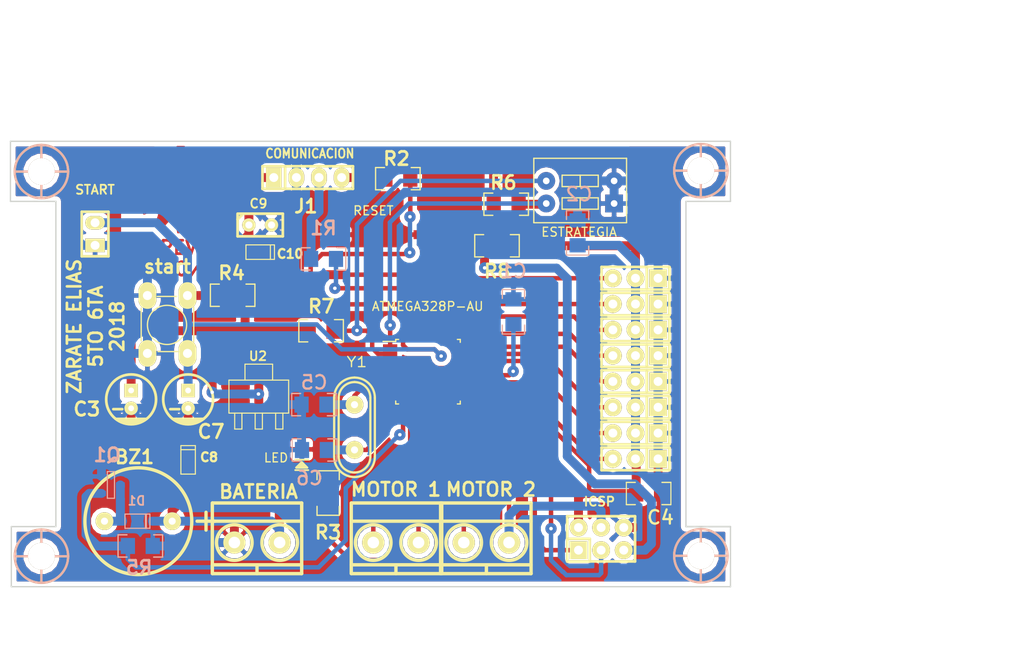
<source format=kicad_pcb>
(kicad_pcb (version 4) (host pcbnew 4.0.7)
  (layers (0 F.Cu signal) (31 B.Cu signal) (34 B.Paste user) (35 F.Paste user) (36 B.SilkS user) (37 F.SilkS user) (38 B.Mask user) (39 F.Mask user) (44 Edge.Cuts user))
  (net 0 "")
  (net 1 "Net-(BZ1-Pad2)")
  (net 2 /VIN)
  (net 3 "Net-(C1-Pad1)")
  (net 4 GND)
  (net 5 +5V)
  (net 6 "Net-(C5-Pad2)")
  (net 7 "Net-(C6-Pad2)")
  (net 8 /START)
  (net 9 /D0/RX)
  (net 10 /D1/TX)
  (net 11 /D12/MISO)
  (net 12 /D13/SCK)
  (net 13 /M2A)
  (net 14 /RESET)
  (net 15 /A7)
  (net 16 /TFD)
  (net 17 /M1A)
  (net 18 /M1B)
  (net 19 /SFI)
  (net 20 /SLD)
  (net 21 /M2B)
  (net 22 /A6)
  (net 23 /SFD)
  (net 24 /TFI)
  (net 25 /SLI)
  (net 26 "Net-(LED1-Pad1)")
  (net 27 /BUZZER)
  (net 28 "Net-(R1-Pad2)")
  (net 29 "Net-(R2-Pad2)")
  (net 30 /D8)
  (net 31 /E1)
  (net 32 /E2)
  (net 33 /D7)
  (module EESTN5:Dip_SW_2-300 (layer F.Cu) (at 176.9 62.1 90)
    (fp_text reference ESTRATEGIA (at -3.21 -3.934 180) (layer F.SilkS))
    (fp_text value ESTRATEGIA hide)
    (pad 1 thru_hole rect (at 0 0 90) (size 2 2) (drill 0.75) (layers *.Cu *.Mask) (net 4 GND))
    (pad 4 thru_hole oval (at 0 -7.62 90) (size 2 2) (drill 0.75) (layers *.Cu *.Mask) (net 31 /E1))
    (pad 2 thru_hole oval (at 2.54 0 90) (size 2 2) (drill 0.75) (layers *.Cu *.Mask) (net 4 GND))
    (pad 3 thru_hole oval (at 2.54 -7.62 90) (size 2 2) (drill 0.75) (layers *.Cu *.Mask) (net 32 /E2))
  )
  (module EESTN5:hole_3mm (layer F.Cu) (at 112.591 58.51)
    (fp_text reference hole_3mm hide)
    (fp_text value VAL** hide)
    (pad 1 thru_hole circle (at 0 0) (size 3 3) (drill 3) (layers *.Cu F.SilkS))
  )
  (module EESTN5:Pin_Strip_3 (layer F.Cu) (at 179.3 87.9 180)
    (fp_text reference J4 hide)
    (fp_text value sharp hide)
    (pad 1 thru_hole rect (at -2.54 0 180) (size 2 2) (drill 1) (layers *.Cu *.Mask F.SilkS) (net 4 GND))
    (pad 2 thru_hole oval (at 0 0 180) (size 2 2) (drill 1) (layers *.Cu *.Mask F.SilkS) (net 5 +5V))
    (pad 3 thru_hole oval (at 2.54 0 180) (size 2 2) (drill 1) (layers *.Cu *.Mask F.SilkS) (net 15 /A7))
  )
  (module EESTN5:Pin_Strip_3 (layer F.Cu) (at 179.3 85 180)
    (fp_text reference J5 hide)
    (fp_text value tatami hide)
    (pad 1 thru_hole rect (at -2.54 0 180) (size 2 2) (drill 1) (layers *.Cu *.Mask F.SilkS) (net 4 GND))
    (pad 2 thru_hole oval (at 0 0 180) (size 2 2) (drill 1) (layers *.Cu *.Mask F.SilkS) (net 5 +5V))
    (pad 3 thru_hole oval (at 2.54 0 180) (size 2 2) (drill 1) (layers *.Cu *.Mask F.SilkS) (net 16 /TFD))
  )
  (module EESTN5:Pin_Strip_3 (layer F.Cu) (at 179.3 76.3 180)
    (fp_text reference J7 hide)
    (fp_text value sharp hide)
    (pad 1 thru_hole rect (at -2.54 0 180) (size 2 2) (drill 1) (layers *.Cu *.Mask F.SilkS) (net 4 GND))
    (pad 2 thru_hole oval (at 0 0 180) (size 2 2) (drill 1) (layers *.Cu *.Mask F.SilkS) (net 5 +5V))
    (pad 3 thru_hole oval (at 2.54 0 180) (size 2 2) (drill 1) (layers *.Cu *.Mask F.SilkS) (net 19 /SFI))
  )
  (module EESTN5:Pin_Strip_3 (layer F.Cu) (at 179.3 73.4 180)
    (fp_text reference J8 hide)
    (fp_text value tatami hide)
    (pad 1 thru_hole rect (at -2.54 0 180) (size 2 2) (drill 1) (layers *.Cu *.Mask F.SilkS) (net 4 GND))
    (pad 2 thru_hole oval (at 0 0 180) (size 2 2) (drill 1) (layers *.Cu *.Mask F.SilkS) (net 5 +5V))
    (pad 3 thru_hole oval (at 2.54 0 180) (size 2 2) (drill 1) (layers *.Cu *.Mask F.SilkS) (net 20 /SLD))
  )
  (module EESTN5:Pin_Strip_3 (layer F.Cu) (at 179.3 90.8 180)
    (fp_text reference J10 hide)
    (fp_text value tatami hide)
    (pad 1 thru_hole rect (at -2.54 0 180) (size 2 2) (drill 1) (layers *.Cu *.Mask F.SilkS) (net 4 GND))
    (pad 2 thru_hole oval (at 0 0 180) (size 2 2) (drill 1) (layers *.Cu *.Mask F.SilkS) (net 5 +5V))
    (pad 3 thru_hole oval (at 2.54 0 180) (size 2 2) (drill 1) (layers *.Cu *.Mask F.SilkS) (net 22 /A6))
  )
  (module EESTN5:Pin_Strip_3 (layer F.Cu) (at 179.3 79.2 180)
    (fp_text reference J11 hide)
    (fp_text value sharp hide)
    (pad 1 thru_hole rect (at -2.54 0 180) (size 2 2) (drill 1) (layers *.Cu *.Mask F.SilkS) (net 4 GND))
    (pad 2 thru_hole oval (at 0 0 180) (size 2 2) (drill 1) (layers *.Cu *.Mask F.SilkS) (net 5 +5V))
    (pad 3 thru_hole oval (at 2.54 0 180) (size 2 2) (drill 1) (layers *.Cu *.Mask F.SilkS) (net 23 /SFD))
  )
  (module EESTN5:Pin_Strip_3 (layer F.Cu) (at 179.3 82.1 180)
    (fp_text reference J12 hide)
    (fp_text value sharp hide)
    (pad 1 thru_hole rect (at -2.54 0 180) (size 2 2) (drill 1) (layers *.Cu *.Mask F.SilkS) (net 4 GND))
    (pad 2 thru_hole oval (at 0 0 180) (size 2 2) (drill 1) (layers *.Cu *.Mask F.SilkS) (net 5 +5V))
    (pad 3 thru_hole oval (at 2.54 0 180) (size 2 2) (drill 1) (layers *.Cu *.Mask F.SilkS) (net 24 /TFI))
  )
  (module EESTN5:Pin_Strip_3 (layer F.Cu) (at 179.3 70.5 180)
    (fp_text reference J13 hide)
    (fp_text value tatami hide)
    (pad 1 thru_hole rect (at -2.54 0 180) (size 2 2) (drill 1) (layers *.Cu *.Mask F.SilkS) (net 4 GND))
    (pad 2 thru_hole oval (at 0 0 180) (size 2 2) (drill 1) (layers *.Cu *.Mask F.SilkS) (net 5 +5V))
    (pad 3 thru_hole oval (at 2.54 0 180) (size 2 2) (drill 1) (layers *.Cu *.Mask F.SilkS) (net 25 /SLI))
  )
  (module EESTN5:Buzzer_12mm (layer F.Cu) (at 123.475 97.8)
    (fp_text reference BZ1 (at -0.434 -7.215) (layer F.SilkS) (effects (font (size 1.5 1.5) (thickness 0.3))))
    (fp_text value Buzzer hide)
    (pad 2 thru_hole circle (at -3.8 0) (size 2 2) (drill 0.8) (layers *.Cu *.Mask F.SilkS) (net 1 "Net-(BZ1-Pad2)"))
    (pad 1 thru_hole circle (at 3.8 0) (size 2 2) (drill 0.8) (layers *.Cu *.Mask F.SilkS) (net 2 /VIN))
  )
  (module EESTN5:C_1206 (layer B.Cu) (at 165.596 74.266 270)
    (fp_text reference C1 (at -4.572 0 540) (layer B.SilkS) (effects (font (thickness 0.254)) (justify mirror)))
    (fp_text value 100nf hide)
    (pad 1 smd rect (at 1.397 0 270) (size 1.6002 1.8034) (layers B.Cu B.Paste B.Mask) (net 3 "Net-(C1-Pad1)"))
    (pad 2 smd rect (at -1.397 0 270) (size 1.6002 1.8034) (layers B.Cu B.Paste B.Mask) (net 4 GND))
  )
  (module EESTN5:C_1206 (layer B.Cu) (at 172.8 65.4 90)
    (fp_text reference C2 (at 4.342 0.162 180) (layer B.SilkS) (effects (font (thickness 0.254)) (justify mirror)))
    (fp_text value 1uf hide)
    (pad 1 smd rect (at 1.397 0 90) (size 1.6002 1.8034) (layers B.Cu B.Paste B.Mask) (net 4 GND))
    (pad 2 smd rect (at -1.397 0 90) (size 1.6002 1.8034) (layers B.Cu B.Paste B.Mask) (net 5 +5V))
  )
  (module EESTN5:CAP_ELEC_5x11mm (layer F.Cu) (at 122.666 84.11 180)
    (fp_text reference C3 (at 4.975 -1.1 180) (layer F.SilkS) (effects (font (thickness 0.3048))))
    (fp_text value 4,7uf hide)
    (pad 1 thru_hole rect (at 0 1 180) (size 1.524 1.524) (drill 0.65) (layers *.Cu *.Mask F.SilkS) (net 5 +5V))
    (pad 2 thru_hole circle (at 0 -1 180) (size 1.524 1.524) (drill 0.65) (layers *.Cu *.Mask F.SilkS) (net 4 GND))
  )
  (module EESTN5:C_1206 (layer F.Cu) (at 180.776 94.69)
    (fp_text reference C4 (at 1.33 2.69 180) (layer F.SilkS) (effects (font (thickness 0.254))))
    (fp_text value 1uf hide)
    (pad 1 smd rect (at 1.397 0) (size 1.6002 1.8034) (layers F.Cu F.Paste F.Mask) (net 4 GND))
    (pad 2 smd rect (at -1.397 0) (size 1.6002 1.8034) (layers F.Cu F.Paste F.Mask) (net 5 +5V))
  )
  (module EESTN5:C_1206 (layer B.Cu) (at 143.2 84.7 180)
    (fp_text reference C5 (at -0.016 2.49 180) (layer B.SilkS) (effects (font (thickness 0.254)) (justify mirror)))
    (fp_text value C hide)
    (pad 1 smd rect (at 1.397 0 180) (size 1.6002 1.8034) (layers B.Cu B.Paste B.Mask) (net 4 GND))
    (pad 2 smd rect (at -1.397 0 180) (size 1.6002 1.8034) (layers B.Cu B.Paste B.Mask) (net 6 "Net-(C5-Pad2)"))
  )
  (module EESTN5:C_1206 (layer B.Cu) (at 143.25 89.8 180)
    (fp_text reference C6 (at 0.559 -3.16 180) (layer B.SilkS) (effects (font (thickness 0.254)) (justify mirror)))
    (fp_text value C hide)
    (pad 1 smd rect (at 1.397 0 180) (size 1.6002 1.8034) (layers B.Cu B.Paste B.Mask) (net 4 GND))
    (pad 2 smd rect (at -1.397 0 180) (size 1.6002 1.8034) (layers B.Cu B.Paste B.Mask) (net 7 "Net-(C6-Pad2)"))
  )
  (module EESTN5:CAP_ELEC_5x11mm (layer F.Cu) (at 129.066 84.11 180)
    (fp_text reference C7 (at -2.575 -3.625 180) (layer F.SilkS) (effects (font (thickness 0.3048))))
    (fp_text value 10uf hide)
    (pad 1 thru_hole rect (at 0 1 180) (size 1.524 1.524) (drill 0.65) (layers *.Cu *.Mask F.SilkS) (net 8 /START))
    (pad 2 thru_hole circle (at 0 -1 180) (size 1.524 1.524) (drill 0.65) (layers *.Cu *.Mask F.SilkS) (net 4 GND))
  )
  (module EESTN5:sod123 (layer B.Cu) (at 123.375 97.8)
    (fp_text reference D1 (at -0.109 -2.29) (layer B.SilkS) (effects (font (thickness 0.2)) (justify mirror)))
    (fp_text value 1n4148 hide)
    (pad 2 smd rect (at 1.67386 0) (size 0.8509 0.8509) (layers B.Cu B.Paste B.Mask) (net 2 /VIN))
    (pad 1 smd rect (at -1.67386 0) (size 0.8509 0.8509) (layers B.Cu B.Paste B.Mask) (net 1 "Net-(BZ1-Pad2)"))
  )
  (module EESTN5:pin_strip_4 (layer F.Cu) (at 142.494 59.182)
    (fp_text reference J1 (at -0.2032 3.2258) (layer F.SilkS) (effects (font (size 1.5 1.5) (thickness 0.3))))
    (fp_text value COMUNICACION (at 0.242 -2.696) (layer F.SilkS) (effects (font (size 1.016 0.889) (thickness 0.2032))))
    (pad 1 thru_hole rect (at -3.81 0) (size 1.75 2.2) (drill 1.00076) (layers *.Cu *.Mask F.SilkS) (net 5 +5V))
    (pad 2 thru_hole oval (at -1.27 0) (size 1.75 2.2) (drill 1.00076) (layers *.Cu *.Mask F.SilkS) (net 4 GND))
    (pad 3 thru_hole oval (at 1.27 0) (size 1.75 2.2) (drill 1.00076) (layers *.Cu *.Mask F.SilkS) (net 9 /D0/RX))
    (pad 4 thru_hole oval (at 3.81 0) (size 1.75 2.2) (drill 1.00076) (layers *.Cu *.Mask F.SilkS) (net 10 /D1/TX))
  )
  (module EESTN5:pin_strip_3x2 (layer F.Cu) (at 175.441 99.785)
    (fp_text reference ICSP (at -0.193 -4.183) (layer F.SilkS) (effects (font (size 1.016 1.016) (thickness 0.2032))))
    (fp_text value HEADER_3x2 hide)
    (pad 1 thru_hole rect (at -2.54 1.27) (size 2 2) (drill 1.00076) (layers *.Cu *.Mask F.SilkS) (net 11 /D12/MISO))
    (pad 2 thru_hole circle (at -2.54 -1.27) (size 2 2) (drill 1.00076) (layers *.Cu *.Mask F.SilkS) (net 5 +5V))
    (pad 3 thru_hole circle (at 0 1.27) (size 2 2) (drill 1.00076) (layers *.Cu *.Mask F.SilkS) (net 12 /D13/SCK))
    (pad 4 thru_hole circle (at 0 -1.27) (size 2 2) (drill 1.00076) (layers *.Cu *.Mask F.SilkS) (net 13 /M2A))
    (pad 5 thru_hole circle (at 2.54 1.27) (size 2 2) (drill 1.00076) (layers *.Cu *.Mask F.SilkS) (net 14 /RESET))
    (pad 6 thru_hole circle (at 2.54 -1.27) (size 2 2) (drill 1.00076) (layers *.Cu *.Mask F.SilkS) (net 4 GND))
  )
  (module EESTN5:BORNERA2_AZUL (layer F.Cu) (at 136.8 100.2)
    (fp_text reference J3 hide)
    (fp_text value BATERIA (at 0.166 -5.715) (layer F.SilkS) (effects (font (size 1.5 1.5) (thickness 0.3))))
    (pad 1 thru_hole circle (at -2.54 0) (size 2.5 2.5) (drill 1.3) (layers *.Cu *.Mask F.SilkS) (net 4 GND))
    (pad 2 thru_hole circle (at 2.54 0) (size 2.5 2.5) (drill 1.3) (layers *.Cu *.Mask F.SilkS) (net 2 /VIN))
  )
  (module EESTN5:BORNERA2_AZUL (layer F.Cu) (at 152.4 100.2)
    (fp_text reference J6 hide)
    (fp_text value "MOTOR 1" (at 0 -5.966) (layer F.SilkS) (effects (font (size 1.5 1.5) (thickness 0.3))))
    (pad 1 thru_hole circle (at -2.54 0) (size 2.5 2.5) (drill 1.3) (layers *.Cu *.Mask F.SilkS) (net 18 /M1B))
    (pad 2 thru_hole circle (at 2.54 0) (size 2.5 2.5) (drill 1.3) (layers *.Cu *.Mask F.SilkS) (net 17 /M1A))
  )
  (module EESTN5:BORNERA2_AZUL (layer F.Cu) (at 162.56 100.2)
    (fp_text reference J9 hide)
    (fp_text value "MOTOR 2" (at 0.508 -5.966) (layer F.SilkS) (effects (font (size 1.5 1.5) (thickness 0.3))))
    (pad 1 thru_hole circle (at -2.54 0) (size 2.5 2.5) (drill 1.3) (layers *.Cu *.Mask F.SilkS) (net 21 /M2B))
    (pad 2 thru_hole circle (at 2.54 0) (size 2.5 2.5) (drill 1.3) (layers *.Cu *.Mask F.SilkS) (net 13 /M2A))
  )
  (module EESTN5:LED_1206 (layer F.Cu) (at 141.82344 91.47556 90)
    (fp_text reference LED (at 0.79756 -2.88544 180) (layer F.SilkS) (effects (font (thickness 0.14986))))
    (fp_text value ROJO hide)
    (pad 1 smd rect (at -1.74752 0 90) (size 1.4986 1.4986) (layers F.Cu F.Paste F.Mask) (net 26 "Net-(LED1-Pad1)"))
    (pad 2 smd rect (at 1.74752 0 90) (size 1.4986 1.4986) (layers F.Cu F.Paste F.Mask) (net 4 GND))
  )
  (module EESTN5:SOT23 (layer B.Cu) (at 120.396 93.726 90)
    (fp_text reference Q1 (at 3.366 -0.43 180) (layer B.SilkS) (effects (font (size 1.5 1.5) (thickness 0.3)) (justify mirror)))
    (fp_text value 2N7002 hide)
    (pad 1 smd rect (at -0.9525 -1.05664 90) (size 0.59944 1.00076) (layers B.Cu B.Paste B.Mask) (net 27 /BUZZER))
    (pad 2 smd rect (at 0 1.05664 90) (size 0.59944 1.00076) (layers B.Cu B.Paste B.Mask) (net 1 "Net-(BZ1-Pad2)"))
    (pad 3 smd rect (at 0.9525 -1.05664 90) (size 0.59944 1.00076) (layers B.Cu B.Paste B.Mask) (net 4 GND))
  )
  (module EESTN5:R_1206 (layer B.Cu) (at 144.272 68.326 180)
    (fp_text reference R1 (at 0.012 3.458 180) (layer B.SilkS) (effects (font (size 1.5 1.5) (thickness 0.3)) (justify mirror)))
    (fp_text value 1K hide)
    (pad 1 smd rect (at 1.397 0 180) (size 1.6002 1.8034) (layers B.Cu B.Paste B.Mask) (net 9 /D0/RX))
    (pad 2 smd rect (at -1.397 0 180) (size 1.6002 1.8034) (layers B.Cu B.Paste B.Mask) (net 28 "Net-(R1-Pad2)"))
  )
  (module EESTN5:R_1206 (layer F.Cu) (at 152.616 59.31 180)
    (fp_text reference R2 (at 0.15 2.25 180) (layer F.SilkS) (effects (font (size 1.5 1.5) (thickness 0.3))))
    (fp_text value 1K hide)
    (pad 1 smd rect (at 1.397 0 180) (size 1.6002 1.8034) (layers F.Cu F.Paste F.Mask) (net 10 /D1/TX))
    (pad 2 smd rect (at -1.397 0 180) (size 1.6002 1.8034) (layers F.Cu F.Paste F.Mask) (net 29 "Net-(R2-Pad2)"))
  )
  (module EESTN5:R_1206 (layer F.Cu) (at 144.791 94.635 90)
    (fp_text reference R3 (at -4.425 -0.011 180) (layer F.SilkS) (effects (font (size 1.5 1.5) (thickness 0.3))))
    (fp_text value 1K hide)
    (pad 1 smd rect (at 1.397 0 90) (size 1.6002 1.8034) (layers F.Cu F.Paste F.Mask) (net 26 "Net-(LED1-Pad1)"))
    (pad 2 smd rect (at -1.397 0 90) (size 1.6002 1.8034) (layers F.Cu F.Paste F.Mask) (net 30 /D8))
  )
  (module EESTN5:R_1206 (layer F.Cu) (at 134.066 72.41)
    (fp_text reference R4 (at -0.125 -2.5) (layer F.SilkS) (effects (font (size 1.5 1.5) (thickness 0.3))))
    (fp_text value 4k7 hide)
    (pad 1 smd rect (at 1.397 0) (size 1.6002 1.8034) (layers F.Cu F.Paste F.Mask) (net 5 +5V))
    (pad 2 smd rect (at -1.397 0) (size 1.6002 1.8034) (layers F.Cu F.Paste F.Mask) (net 8 /START))
  )
  (module EESTN5:R_1206 (layer B.Cu) (at 123.698 100.584 180)
    (fp_text reference R5 (at 0.132 -2.426 180) (layer B.SilkS) (effects (font (size 1.5 1.5) (thickness 0.3)) (justify mirror)))
    (fp_text value 10k hide)
    (pad 1 smd rect (at 1.397 0 180) (size 1.6002 1.8034) (layers B.Cu B.Paste B.Mask) (net 27 /BUZZER))
    (pad 2 smd rect (at -1.397 0 180) (size 1.6002 1.8034) (layers B.Cu B.Paste B.Mask) (net 4 GND))
  )
  (module EESTN5:R_1206 (layer F.Cu) (at 164.78 62.18 180)
    (fp_text reference R6 (at 0.314 2.42 180) (layer F.SilkS) (effects (font (size 1.5 1.5) (thickness 0.3))))
    (fp_text value 4k7 hide)
    (pad 1 smd rect (at 1.397 0 180) (size 1.6002 1.8034) (layers F.Cu F.Paste F.Mask) (net 5 +5V))
    (pad 2 smd rect (at -1.397 0 180) (size 1.6002 1.8034) (layers F.Cu F.Paste F.Mask) (net 31 /E1))
  )
  (module EESTN5:R_1206 (layer F.Cu) (at 144 76.4 180)
    (fp_text reference R7 (at -0.018 2.74 180) (layer F.SilkS) (effects (font (size 1.5 1.5) (thickness 0.3))))
    (fp_text value 4k7 hide)
    (pad 1 smd rect (at 1.397 0 180) (size 1.6002 1.8034) (layers F.Cu F.Paste F.Mask) (net 5 +5V))
    (pad 2 smd rect (at -1.397 0 180) (size 1.6002 1.8034) (layers F.Cu F.Paste F.Mask) (net 32 /E2))
  )
  (module EESTN5:R_1206 (layer F.Cu) (at 163.75 66.85)
    (fp_text reference R8 (at 0.016 2.86) (layer F.SilkS) (effects (font (size 1.5 1.5) (thickness 0.3))))
    (fp_text value 1k hide)
    (pad 1 smd rect (at 1.397 0) (size 1.6002 1.8034) (layers F.Cu F.Paste F.Mask) (net 5 +5V))
    (pad 2 smd rect (at -1.397 0) (size 1.6002 1.8034) (layers F.Cu F.Paste F.Mask) (net 14 /RESET))
  )
  (module EESTN5:Pulsador_TH_4 (layer F.Cu) (at 126.746 75.692 180)
    (fp_text reference SW1 hide)
    (fp_text value start (at 0.012 6.506 360) (layer F.SilkS) (effects (font (size 1.5 1.5) (thickness 0.3))))
    (pad 3 thru_hole oval (at -2.25 -3.25 180) (size 2 3) (drill 1.016) (layers *.Cu *.Mask F.SilkS) (net 8 /START))
    (pad 1 thru_hole oval (at 2.25 -3.25 180) (size 2 3) (drill 1.016) (layers *.Cu *.Mask F.SilkS) (net 4 GND))
    (pad 2 thru_hole oval (at 2.25 3.25 180) (size 2 3) (drill 1.016) (layers *.Cu *.Mask F.SilkS) (net 4 GND))
    (pad 4 thru_hole oval (at -2.25 3.25 180) (size 2 3) (drill 1.016) (layers *.Cu *.Mask F.SilkS) (net 8 /START))
  )
  (module EESTN5:Pulsador_4_SMD (layer F.Cu) (at 150.65 67.85 270)
    (fp_text reference RESET (at -4.94 0.784 360) (layer F.SilkS))
    (fp_text value RESET)
    (pad 1 smd rect (at -2.25 -5 270) (size 1 2.54) (layers F.Cu F.Paste F.Mask) (net 4 GND))
    (pad 2 smd rect (at -2.25 5 270) (size 1 2.54) (layers F.Cu F.Paste F.Mask) (net 4 GND))
    (pad 3 smd rect (at 2.25 -5 270) (size 1 2.54) (layers F.Cu F.Paste F.Mask) (net 14 /RESET))
    (pad 4 smd rect (at 2.25 5 270) (size 1 2.54) (layers F.Cu F.Paste F.Mask) (net 14 /RESET))
  )
  (module EESTN5:TQFP-32_7x7mm_Pitch0.8mm (layer F.Cu) (at 156 81)
    (fp_text reference ATMEGA328P-AU (at -0.034 -7.34) (layer F.SilkS))
    (fp_text value ATMEGA328P-AU)
    (pad 1 smd rect (at -4.25 -2.8) (size 1.6 0.55) (layers F.Cu F.Paste F.Mask) (net 31 /E1))
    (pad 2 smd rect (at -4.25 -2) (size 1.6 0.55) (layers F.Cu F.Paste F.Mask) (net 32 /E2))
    (pad 3 smd rect (at -4.25 -1.2) (size 1.6 0.55) (layers F.Cu F.Paste F.Mask) (net 4 GND))
    (pad 4 smd rect (at -4.25 -0.4) (size 1.6 0.55) (layers F.Cu F.Paste F.Mask) (net 5 +5V))
    (pad 5 smd rect (at -4.25 0.4) (size 1.6 0.55) (layers F.Cu F.Paste F.Mask) (net 4 GND))
    (pad 6 smd rect (at -4.25 1.2) (size 1.6 0.55) (layers F.Cu F.Paste F.Mask) (net 5 +5V))
    (pad 7 smd rect (at -4.25 2) (size 1.6 0.55) (layers F.Cu F.Paste F.Mask) (net 6 "Net-(C5-Pad2)"))
    (pad 8 smd rect (at -4.25 2.8) (size 1.6 0.55) (layers F.Cu F.Paste F.Mask) (net 7 "Net-(C6-Pad2)"))
    (pad 9 smd rect (at -2.8 4.25 90) (size 1.6 0.55) (layers F.Cu F.Paste F.Mask) (net 27 /BUZZER))
    (pad 10 smd rect (at -2 4.25 90) (size 1.6 0.55) (layers F.Cu F.Paste F.Mask) (net 18 /M1B))
    (pad 11 smd rect (at -1.2 4.25 90) (size 1.6 0.55) (layers F.Cu F.Paste F.Mask) (net 33 /D7))
    (pad 12 smd rect (at -0.4 4.25 90) (size 1.6 0.55) (layers F.Cu F.Paste F.Mask) (net 30 /D8))
    (pad 13 smd rect (at 0.4 4.25 90) (size 1.6 0.55) (layers F.Cu F.Paste F.Mask) (net 17 /M1A))
    (pad 14 smd rect (at 1.2 4.25 90) (size 1.6 0.55) (layers F.Cu F.Paste F.Mask) (net 21 /M2B))
    (pad 15 smd rect (at 2 4.25 90) (size 1.6 0.55) (layers F.Cu F.Paste F.Mask) (net 13 /M2A))
    (pad 16 smd rect (at 2.8 4.25 90) (size 1.6 0.55) (layers F.Cu F.Paste F.Mask) (net 11 /D12/MISO))
    (pad 17 smd rect (at 4.25 2.8) (size 1.6 0.55) (layers F.Cu F.Paste F.Mask) (net 12 /D13/SCK))
    (pad 18 smd rect (at 4.25 2) (size 1.6 0.55) (layers F.Cu F.Paste F.Mask) (net 5 +5V))
    (pad 19 smd rect (at 4.25 1.2) (size 1.6 0.55) (layers F.Cu F.Paste F.Mask) (net 22 /A6))
    (pad 20 smd rect (at 4.25 0.4) (size 1.6 0.55) (layers F.Cu F.Paste F.Mask) (net 3 "Net-(C1-Pad1)"))
    (pad 21 smd rect (at 4.25 -0.4) (size 1.6 0.55) (layers F.Cu F.Paste F.Mask) (net 4 GND))
    (pad 22 smd rect (at 4.25 -1.2) (size 1.6 0.55) (layers F.Cu F.Paste F.Mask) (net 15 /A7))
    (pad 23 smd rect (at 4.25 -2) (size 1.6 0.55) (layers F.Cu F.Paste F.Mask) (net 16 /TFD))
    (pad 24 smd rect (at 4.25 -2.8) (size 1.6 0.55) (layers F.Cu F.Paste F.Mask) (net 24 /TFI))
    (pad 25 smd rect (at 2.8 -4.25 90) (size 1.6 0.55) (layers F.Cu F.Paste F.Mask) (net 23 /SFD))
    (pad 26 smd rect (at 2 -4.25 90) (size 1.6 0.55) (layers F.Cu F.Paste F.Mask) (net 19 /SFI))
    (pad 27 smd rect (at 1.2 -4.25 90) (size 1.6 0.55) (layers F.Cu F.Paste F.Mask) (net 20 /SLD))
    (pad 28 smd rect (at 0.4 -4.25 90) (size 1.6 0.55) (layers F.Cu F.Paste F.Mask) (net 25 /SLI))
    (pad 29 smd rect (at -0.4 -4.25 90) (size 1.6 0.55) (layers F.Cu F.Paste F.Mask) (net 14 /RESET))
    (pad 30 smd rect (at -1.2 -4.25 90) (size 1.6 0.55) (layers F.Cu F.Paste F.Mask) (net 28 "Net-(R1-Pad2)"))
    (pad 31 smd rect (at -2 -4.25 90) (size 1.6 0.55) (layers F.Cu F.Paste F.Mask) (net 29 "Net-(R2-Pad2)"))
    (pad 32 smd rect (at -2.8 -4.25 90) (size 1.6 0.55) (layers F.Cu F.Paste F.Mask) (net 8 /START))
  )
  (module EESTN5:SOT223 (layer F.Cu) (at 137 83.8)
    (fp_text reference U2 (at -0.094 -4.552) (layer F.SilkS) (effects (font (size 1.00076 1.00076) (thickness 0.20066))))
    (fp_text value LM1117-SOT hide)
    (pad 1 smd rect (at -2.3 3.3) (size 1 2.4) (layers F.Cu F.Paste F.Mask) (net 4 GND))
    (pad 2 smd rect (at 0 3.3) (size 1 2.4) (layers F.Cu F.Paste F.Mask) (net 5 +5V))
    (pad 3 smd rect (at 2.3 3.3) (size 1 2.4) (layers F.Cu F.Paste F.Mask) (net 2 /VIN))
    (pad 4 smd rect (at 0 -3.15) (size 3.8 2.4) (layers F.Cu F.Paste F.Mask) (net 5 +5V))
  )
  (module EESTN5:HC49 (layer F.Cu) (at 147.75 87.25 270)
    (fp_text reference Y1 (at -7.34 -0.266 360) (layer F.SilkS) (effects (font (size 1.143 1.27) (thickness 0.1524))))
    (fp_text value "" (at 2.56 -5.591 360) (layer F.SilkS) (effects (font (size 1.143 1.27) (thickness 0.1524))))
    (pad 1 thru_hole circle (at -2.54 0 270) (size 1.99898 1.99898) (drill 0.8001) (layers *.Cu *.Mask F.SilkS) (net 6 "Net-(C5-Pad2)"))
    (pad 2 thru_hole circle (at 2.54 0 270) (size 1.99898 1.99898) (drill 0.8001) (layers *.Cu *.Mask F.SilkS) (net 7 "Net-(C6-Pad2)"))
  )
  (module EESTN5:hole_3mm (layer F.Cu) (at 186.641 58.41)
    (fp_text reference hole_3mm hide)
    (fp_text value VAL** hide)
    (pad 1 thru_hole circle (at 0 0) (size 3 3) (drill 3) (layers *.Cu F.SilkS))
  )
  (module EESTN5:hole_3mm (layer F.Cu) (at 112.591 101.735)
    (fp_text reference hole_3mm hide)
    (fp_text value VAL** hide)
    (pad 1 thru_hole circle (at 0 0) (size 3 3) (drill 3) (layers *.Cu F.SilkS))
  )
  (module EESTN5:hole_3mm (layer F.Cu) (at 186.641 101.685)
    (fp_text reference hole_3mm hide)
    (fp_text value VAL** hide)
    (pad 1 thru_hole circle (at 0 0) (size 3 3) (drill 3) (layers *.Cu F.SilkS))
  )
  (module EESTN5:LOGO_EESTN5_F.Cu (layer F.Cu) (at 128.27 60.452)
    (fp_text reference G*** hide)
    (fp_text value LOGO hide)
    (fp_poly (pts (xy 0.539361 -4.151857) (xy 0.613933 -3.818777) (xy 0.675789 -3.615221) (xy 0.746422 -3.504868) (xy 0.847324 -3.4514) (xy 0.970023 -3.424098) (xy 1.145299 -3.406255) (xy 1.284159 -3.449773) (xy 1.439308 -3.581438) (xy 1.580409 -3.734317) (xy 1.859395 -4.043435) (xy 2.049383 -4.243541) (xy 2.171009 -4.354672) (xy 2.244906 -4.39687) (xy 2.264833 -4.398995) (xy 2.375118 -4.357122) (xy 2.561062 -4.260084) (xy 2.76462 -4.141534) (xy 2.927749 -4.035128) (xy 2.992105 -3.977308) (xy 2.969059 -3.88328) (xy 2.895782 -3.673804) (xy 2.786828 -3.389883) (xy 2.757835 -3.317324) (xy 2.510004 -2.7017) (xy 2.695716 -2.515988) (xy 2.881428 -2.330275) (xy 3.536214 -2.56659) (xy 4.191 -2.802904) (xy 4.464907 -2.480952) (xy 4.622881 -2.286636) (xy 4.722472 -2.147555) (xy 4.740073 -2.110536) (xy 4.681507 -2.036295) (xy 4.524234 -1.880191) (xy 4.297747 -1.670992) (xy 4.201938 -1.585565) (xy 3.931215 -1.336576) (xy 3.772658 -1.159728) (xy 3.703898 -1.024329) (xy 3.702463 -0.900236) (xy 3.741727 -0.780219) (xy 3.827105 -0.697209) (xy 3.992135 -0.636975) (xy 4.270355 -0.585291) (xy 4.529666 -0.549293) (xy 4.876918 -0.5005) (xy 5.089422 -0.448985) (xy 5.200267 -0.369555) (xy 5.242541 -0.237014) (xy 5.249331 -0.026169) (xy 5.249333 -0.001311) (xy 5.249333 0.409301) (xy 4.821832 0.500984) (xy 4.531353 0.554948) (xy 4.279094 0.587898) (xy 4.19288 0.592666) (xy 3.992397 0.644554) (xy 3.814439 0.767657) (xy 3.726608 0.913137) (xy 3.725333 0.930456) (xy 3.697673 1.068866) (xy 3.680821 1.118146) (xy 3.724177 1.230398) (xy 3.900954 1.411134) (xy 4.188821 1.639824) (xy 4.444975 1.832685) (xy 4.638057 1.987161) (xy 4.73557 2.07694) (xy 4.741333 2.087176) (xy 4.702094 2.178074) (xy 4.601932 2.364055) (xy 4.526645 2.495183) (xy 4.311957 2.86152) (xy 3.641576 2.641747) (xy 3.311848 2.536019) (xy 3.101924 2.481175) (xy 2.97109 2.474177) (xy 2.878633 2.511984) (xy 2.79793 2.578776) (xy 2.684497 2.698445) (xy 2.638803 2.820406) (xy 2.662788 2.987252) (xy 2.758396 3.241572) (xy 2.836333 3.420879) (xy 2.947904 3.683896) (xy 3.024596 3.885222) (xy 3.048 3.970496) (xy 2.983236 4.054415) (xy 2.818165 4.189294) (xy 2.698733 4.272631) (xy 2.349467 4.503764) (xy 1.826995 3.985935) (xy 1.571156 3.73725) (xy 1.398047 3.590519) (xy 1.272476 3.52617) (xy 1.159252 3.52463) (xy 1.053372 3.555658) (xy 0.924955 3.613874) (xy 0.835005 3.706389) (xy 0.763325 3.871463) (xy 0.68972 4.147351) (xy 0.650268 4.319271) (xy 0.498314 4.995333) (xy -0.411328 4.995333) (xy -0.50736 4.5085) (xy -0.591258 4.108407) (xy -0.664258 3.843771) (xy -0.741455 3.682721) (xy -0.837942 3.593386) (xy -0.963523 3.545299) (xy -1.108962 3.537071) (xy -1.264686 3.602976) (xy -1.452317 3.760547) (xy -1.693481 4.027318) (xy -1.951466 4.346356) (xy -2.118691 4.558948) (xy -2.519846 4.339498) (xy -2.745917 4.215493) (xy -2.900447 4.1301) (xy -2.941364 4.106938) (xy -2.925799 4.026779) (xy -2.866548 3.824897) (xy -2.775095 3.53966) (xy -2.740404 3.435559) (xy -2.633263 3.110289) (xy -2.577935 2.904831) (xy -2.571464 2.778763) (xy -2.610892 2.691668) (xy -2.68044 2.615931) (xy -2.765973 2.539397) (xy -2.855413 2.505628) (xy -2.988705 2.517687) (xy -3.205794 2.57864) (xy -3.511289 2.679668) (xy -4.18078 2.904765) (xy -4.418724 2.619747) (xy -4.56483 2.426284) (xy -4.649125 2.278965) (xy -4.657262 2.246864) (xy -4.598523 2.152957) (xy -4.441822 1.980728) (xy -4.217331 1.762566) (xy -4.14164 1.693333) (xy -3.88432 1.453275) (xy -3.735721 1.286469) (xy -3.673316 1.159174) (xy -3.674582 1.037644) (xy -3.682045 1.004845) (xy -3.721971 0.895506) (xy -3.798529 0.820057) (xy -3.946993 0.763383) (xy -4.202638 0.710367) (xy -4.472833 0.665981) (xy -5.207 0.549938) (xy -5.214403 0.423333) (xy -3.305227 0.423333) (xy -3.2502 0.656166) (xy -3.013172 1.323016) (xy -2.644907 1.918903) (xy -2.167421 2.419522) (xy -1.602732 2.800566) (xy -1.132503 2.994096) (xy -0.81516 3.090169) (xy -0.596032 3.135588) (xy -0.456965 3.109318) (xy -0.379808 2.990329) (xy -0.346406 2.757586) (xy -0.338606 2.390057) (xy -0.33866 2.107666) (xy 0.423333 2.107666) (xy 0.423333 3.199333) (xy 0.767873 3.12192) (xy 1.031754 3.040452) (xy 1.361932 2.908805) (xy 1.617045 2.78977) (xy 1.944252 2.603669) (xy 2.26312 2.388654) (xy 2.445214 2.242736) (xy 2.707016 1.94742) (xy 2.967115 1.557063) (xy 3.187016 1.137956) (xy 3.328224 0.756388) (xy 3.341958 0.6985) (xy 3.400121 0.423333) (xy 1.24819 0.423333) (xy 0.920184 0.719666) (xy 0.718894 0.887939) (xy 0.561573 0.995307) (xy 0.507756 1.016) (xy 0.4717 1.097552) (xy 0.444693 1.330094) (xy 0.428139 1.695457) (xy 0.423333 2.107666) (xy -0.33866 2.107666) (xy -0.338667 2.074333) (xy -0.342196 1.620223) (xy -0.354565 1.311408) (xy -0.378446 1.123962) (xy -0.416512 1.033957) (xy -0.456896 1.016) (xy -0.579897 0.956565) (xy -0.754009 0.80635) (xy -0.83531 0.719666) (xy -0.980075 0.554787) (xy -0.423334 0.554787) (xy -0.353129 0.684246) (xy -0.177325 0.747288) (xy 0.051862 0.738881) (xy 0.282214 0.653993) (xy 0.324585 0.626866) (xy 0.468277 0.465976) (xy 0.492508 0.234594) (xy 0.491591 0.224699) (xy 0.440212 0.024699) (xy 0.300828 -0.085076) (xy 0.1905 -0.123343) (xy -0.015317 -0.218891) (xy -0.079307 -0.321746) (xy 0.000782 -0.399964) (xy 0.169333 -0.423334) (xy 0.370985 -0.461198) (xy 0.423333 -0.550334) (xy 0.373471 -0.634041) (xy 0.20393 -0.67217) (xy 0.042333 -0.677334) (xy -0.338667 -0.677334) (xy -0.338667 -0.301698) (xy -0.330542 -0.06856) (xy -0.28347 0.045072) (xy -0.163409 0.088954) (xy -0.0635 0.100468) (xy 0.135797 0.14694) (xy 0.208528 0.252149) (xy 0.211666 0.296333) (xy 0.183034 0.408533) (xy 0.066884 0.453168) (xy -0.105834 0.456009) (xy -0.339492 0.475785) (xy -0.423249 0.551435) (xy -0.423334 0.554787) (xy -0.980075 0.554787) (xy -1.095494 0.423333) (xy -3.305227 0.423333) (xy -5.214403 0.423333) (xy -5.232027 0.121935) (xy -5.257053 -0.306067) (xy -4.681693 -0.415636) (xy -4.276338 -0.493947) (xy -4.007454 -0.552764) (xy -3.845146 -0.604172) (xy -3.793785 -0.637815) (xy -3.217334 -0.637815) (xy -3.217334 -0.338667) (xy -1.128843 -0.338667) (xy -0.776088 -0.664328) (xy -0.423334 -0.989989) (xy -0.423334 -2.002278) (xy 0.423333 -2.002278) (xy 0.423333 -0.945145) (xy 0.719666 -0.762) (xy 0.9052 -0.62955) (xy 1.008424 -0.521323) (xy 1.016 -0.498638) (xy 1.096786 -0.467835) (xy 1.32412 -0.447345) (xy 1.675466 -0.438302) (xy 2.128287 -0.441844) (xy 2.137833 -0.442043) (xy 3.259666 -0.465667) (xy 3.233221 -0.711733) (xy 3.112748 -1.138874) (xy 2.859857 -1.580812) (xy 2.505286 -2.007024) (xy 2.079775 -2.386987) (xy 1.614062 -2.690181) (xy 1.138885 -2.886082) (xy 1.012633 -2.916685) (xy 0.768622 -2.969346) (xy 0.57827 -3.015809) (xy 0.5715 -3.017694) (xy 0.509886 -3.021774) (xy 0.468111 -2.975683) (xy 0.44238 -2.85341) (xy 0.428899 -2.628949) (xy 0.423871 -2.276289) (xy 0.423333 -2.002278) (xy -0.423334 -2.002278) (xy -0.423334 -2.963334) (xy -0.631824 -2.963334) (xy -0.962471 -2.908346) (xy -1.366107 -2.758565) (xy -1.793853 -2.536766) (xy -2.196832 -2.265724) (xy -2.291533 -2.189985) (xy -2.698486 -1.787206) (xy -3.000483 -1.354628) (xy -3.177849 -0.925242) (xy -3.217334 -0.637815) (xy -3.793785 -0.637815) (xy -3.759524 -0.660256) (xy -3.720693 -0.733098) (xy -3.703308 -0.811154) (xy -3.706848 -0.941961) (xy -3.786238 -1.081332) (xy -3.965688 -1.262632) (xy -4.139283 -1.411952) (xy -4.381611 -1.614247) (xy -4.575097 -1.775937) (xy -4.680862 -1.864533) (xy -4.684694 -1.867764) (xy -4.691098 -1.970977) (xy -4.627829 -2.16599) (xy -4.572893 -2.284251) (xy -4.452042 -2.500176) (xy -4.344728 -2.598304) (xy -4.194602 -2.615078) (xy -4.0792 -2.60354) (xy -3.806817 -2.547874) (xy -3.48659 -2.452027) (xy -3.365098 -2.407471) (xy -2.962528 -2.249177) (xy -2.586454 -2.625251) (xy -2.785005 -3.208458) (xy -2.878316 -3.507216) (xy -2.938197 -3.748097) (xy -2.952785 -3.882679) (xy -2.951494 -3.887854) (xy -2.864556 -3.985317) (xy -2.680796 -4.122545) (xy -2.571491 -4.19153) (xy -2.223552 -4.399015) (xy -1.776316 -3.884817) (xy -1.546227 -3.628086) (xy -1.386242 -3.479477) (xy -1.260197 -3.415278) (xy -1.131928 -3.411774) (xy -1.070915 -3.422251) (xy -0.908518 -3.463784) (xy -0.799582 -3.533441) (xy -0.723458 -3.666416) (xy -0.659498 -3.897905) (xy -0.591529 -4.239364) (xy -0.480839 -4.826) (xy 0.394495 -4.826) (xy 0.539361 -4.151857)) (layer F.Cu) (width 0.01))
    (fp_poly (pts (xy 1.790356 1.024478) (xy 1.961928 1.054774) (xy 2.02797 1.114177) (xy 2.032 1.143) (xy 1.958399 1.245143) (xy 1.820333 1.27) (xy 1.709749 1.278715) (xy 1.646459 1.329459) (xy 1.617286 1.459132) (xy 1.609052 1.704631) (xy 1.608666 1.862666) (xy 1.601197 2.184672) (xy 1.574342 2.368966) (xy 1.521426 2.446692) (xy 1.481666 2.455333) (xy 1.412665 2.420478) (xy 1.373173 2.295153) (xy 1.356518 2.048212) (xy 1.354666 1.862666) (xy 1.351554 1.55303) (xy 1.33343 1.375819) (xy 1.287119 1.294135) (xy 1.199441 1.271078) (xy 1.143 1.27) (xy 0.972761 1.225839) (xy 0.931333 1.143) (xy 0.968073 1.071763) (xy 1.099355 1.03217) (xy 1.356768 1.016929) (xy 1.481666 1.016) (xy 1.790356 1.024478)) (layer F.Cu) (width 0.01))
    (fp_poly (pts (xy -1.224388 0.994294) (xy -1.119465 1.107382) (xy -1.117177 1.117378) (xy -1.124883 1.20801) (xy -1.22321 1.231928) (xy -1.403013 1.210289) (xy -1.607814 1.189767) (xy -1.682254 1.224636) (xy -1.676844 1.278244) (xy -1.574738 1.409035) (xy -1.462844 1.484972) (xy -1.16255 1.682287) (xy -1.026956 1.8867) (xy -1.05778 2.093831) (xy -1.170834 2.230544) (xy -1.349479 2.323026) (xy -1.584162 2.368778) (xy -1.797042 2.358754) (xy -1.890889 2.314222) (xy -1.955813 2.183869) (xy -1.870185 2.095172) (xy -1.65085 2.06423) (xy -1.629834 2.064676) (xy -1.3962 2.041962) (xy -1.318004 1.964509) (xy -1.396119 1.846728) (xy -1.608667 1.714205) (xy -1.844803 1.537441) (xy -1.932306 1.33122) (xy -1.863156 1.120897) (xy -1.81422 1.064314) (xy -1.636681 0.967819) (xy -1.418432 0.946126) (xy -1.224388 0.994294)) (layer F.Cu) (width 0.01))
    (fp_poly (pts (xy -1.257782 -2.272405) (xy -1.127756 -2.225332) (xy -1.100667 -2.159) (xy -1.164927 -2.065069) (xy -1.370012 -2.03223) (xy -1.397 -2.032) (xy -1.616174 -2.004461) (xy -1.692798 -1.916567) (xy -1.693334 -1.905) (xy -1.617606 -1.804174) (xy -1.439334 -1.778) (xy -1.237682 -1.740136) (xy -1.185334 -1.651) (xy -1.261062 -1.550174) (xy -1.439334 -1.524) (xy -1.620861 -1.501219) (xy -1.687268 -1.404379) (xy -1.693334 -1.312334) (xy -1.671194 -1.169192) (xy -1.571562 -1.110593) (xy -1.397 -1.100667) (xy -1.177827 -1.073127) (xy -1.101203 -0.985234) (xy -1.100667 -0.973667) (xy -1.145987 -0.893802) (xy -1.302894 -0.854794) (xy -1.524 -0.846667) (xy -1.947334 -0.846667) (xy -1.947334 -2.286) (xy -1.524 -2.286) (xy -1.257782 -2.272405)) (layer F.Cu) (width 0.01))
    (fp_poly (pts (xy 1.705551 -2.272405) (xy 1.835577 -2.225332) (xy 1.862666 -2.159) (xy 1.798407 -2.065069) (xy 1.593322 -2.03223) (xy 1.566333 -2.032) (xy 1.34716 -2.004461) (xy 1.270535 -1.916567) (xy 1.27 -1.905) (xy 1.345728 -1.804174) (xy 1.524 -1.778) (xy 1.725652 -1.740136) (xy 1.778 -1.651) (xy 1.702271 -1.550174) (xy 1.524 -1.524) (xy 1.342473 -1.501219) (xy 1.276065 -1.404379) (xy 1.27 -1.312334) (xy 1.29214 -1.169192) (xy 1.391771 -1.110593) (xy 1.566333 -1.100667) (xy 1.785506 -1.073127) (xy 1.86213 -0.985234) (xy 1.862666 -0.973667) (xy 1.817347 -0.893802) (xy 1.660439 -0.854794) (xy 1.439333 -0.846667) (xy 1.016 -0.846667) (xy 1.016 -2.286) (xy 1.439333 -2.286) (xy 1.705551 -2.272405)) (layer F.Cu) (width 0.01))
  )
  (module EESTN5:Pin_strip_2 (layer F.Cu) (at 118.618 65.532 90)
    (fp_text reference START (at 4.982 -0.012 180) (layer F.SilkS) (effects (font (size 1.016 1.016) (thickness 0.2032))))
    (fp_text value HEADER_2 hide)
    (pad 1 thru_hole rect (at -1.27 0 90) (size 1.524 2.19964) (drill 1.00076) (layers *.Cu *.Mask F.SilkS) (net 4 GND))
    (pad 2 thru_hole oval (at 1.27 0 90) (size 1.524 2.19964) (drill 1.00076) (layers *.Cu *.Mask F.SilkS) (net 8 /START))
  )
  (module EESTN5:CAP_TAN_A (layer F.Cu) (at 137.16 67.564)
    (fp_text reference C10 (at 3.356 0.196) (layer F.SilkS) (effects (font (thickness 0.25))))
    (fp_text value 10uf hide)
    (pad 2 smd rect (at 1.7 0) (size 1.7 1.5) (layers F.Cu F.Paste F.Mask) (net 4 GND))
    (pad 1 smd rect (at -1.7 0) (size 1.7 1.5) (layers F.Cu F.Paste F.Mask) (net 5 +5V))
  )
  (module EESTN5:CAP_TAN_A (layer F.Cu) (at 129.066 90.91 90)
    (fp_text reference C8 (at 0.3 2.35 180) (layer F.SilkS) (effects (font (thickness 0.25))))
    (fp_text value 10uf hide)
    (pad 2 smd rect (at 1.7 0 90) (size 1.7 1.5) (layers F.Cu F.Paste F.Mask) (net 4 GND))
    (pad 1 smd rect (at -1.7 0 90) (size 1.7 1.5) (layers F.Cu F.Paste F.Mask) (net 2 /VIN))
  )
  (module EESTN5:CAP_0.1 (layer F.Cu) (at 137.16 64.516)
    (fp_text reference C9 (at -0.194 -2.406) (layer F.SilkS) (effects (font (size 1.016 1.016) (thickness 0.2032))))
    (fp_text value 100nf hide)
    (pad 1 thru_hole circle (at -1.27 0) (size 1.50114 1.50114) (drill 0.8001) (layers *.Cu *.Mask F.SilkS) (net 5 +5V))
    (pad 2 thru_hole circle (at 1.27 0) (size 1.50114 1.50114) (drill 0.8001) (layers *.Cu *.Mask F.SilkS) (net 4 GND))
  )
  (gr_line (start 114.216 61.86) (end 109.116 61.86) (angle 90) (layer Edge.Cuts) (width 0.15))
  (gr_line (start 114.216 98.41) (end 114.216 61.86) (angle 90) (layer Edge.Cuts) (width 0.15))
  (gr_line (start 109.216 98.41) (end 114.216 98.41) (angle 90) (layer Edge.Cuts) (width 0.15))
  (gr_line (start 109.216 105.16) (end 109.216 98.41) (angle 90) (layer Edge.Cuts) (width 0.15))
  (gr_line (start 189.966 105.16) (end 109.216 105.16) (angle 90) (layer Edge.Cuts) (width 0.15))
  (gr_line (start 189.966 98.41) (end 189.966 105.16) (angle 90) (layer Edge.Cuts) (width 0.15))
  (gr_line (start 184.966 98.41) (end 189.966 98.41) (angle 90) (layer Edge.Cuts) (width 0.15))
  (gr_line (start 184.966 61.86) (end 184.966 98.41) (angle 90) (layer Edge.Cuts) (width 0.15))
  (gr_line (start 189.966 61.86) (end 184.966 61.86) (angle 90) (layer Edge.Cuts) (width 0.15))
  (gr_line (start 189.966 61.81) (end 189.966 61.86) (angle 90) (layer Edge.Cuts) (width 0.15))
  (gr_line (start 189.966 55.11) (end 189.966 61.81) (angle 90) (layer Edge.Cuts) (width 0.15))
  (gr_line (start 109.116 55.11) (end 189.966 55.11) (angle 90) (layer Edge.Cuts) (width 0.15))
  (gr_line (start 109.116 61.86) (end 109.116 55.11) (angle 90) (layer Edge.Cuts) (width 0.15))
  (gr_line (start 114.216 61.86) (end 114.216 61.91) (angle 90) (layer Edge.Cuts) (width 0.15))
  (gr_line (start 189.966 105.16) (end 189.966 105.085) (angle 90) (layer Edge.Cuts) (width 0.15))
  (gr_line (start 109.216 105.085) (end 109.216 105.035) (angle 90) (layer Edge.Cuts) (width 0.15))
  (gr_line (start 189.966 98.41) (end 184.966 98.41) (angle 90) (layer Edge.Cuts) (width 0.15))
  (gr_text "ZARATE ELIAS\n5TO 6TA\n2018" (at 118.691 75.91 90) (layer F.SilkS) (effects (font (size 1.5 1.5) (thickness 0.3))))
  (gr_text " \n REV:\n 3/10/18" (at 127.762 67.056) (layer F.Cu) (effects (font (size 1.5 1.5) (thickness 0.3))))
  (segment (start 121.45264 93.726) (end 121.45264 97.5515) (width 1) (layer B.Cu) (net 1))
  (segment (start 121.45264 97.5515) (end 121.70114 97.8) (width 1) (layer B.Cu) (net 1))
  (segment (start 121.70114 97.8) (end 121.70114 95.28514) (width 0.5) (layer B.Cu) (net 1))
  (segment (start 121.45264 95.03664) (end 121.45264 93.726) (width 0.5) (layer B.Cu) (net 1))
  (segment (start 121.70114 95.28514) (end 121.45264 95.03664) (width 0.5) (layer B.Cu) (net 1))
  (segment (start 119.7 97.775) (end 119.675 97.8) (width 0.5) (layer F.Cu) (net 1))
  (segment (start 121.70114 97.8) (end 119.675 97.8) (width 1) (layer B.Cu) (net 1))
  (segment (start 129.066 92.61) (end 129.066 94.81) (width 1) (layer F.Cu) (net 2))
  (segment (start 127.275 96.601) (end 127.275 97.8) (width 1) (layer F.Cu) (net 2))
  (segment (start 129.066 94.81) (end 127.275 96.601) (width 1) (layer F.Cu) (net 2))
  (segment (start 127.275 97.8) (end 125.04886 97.8) (width 1) (layer B.Cu) (net 2))
  (segment (start 139.34 98.715) (end 139.34 100.2) (width 1) (layer B.Cu) (net 2))
  (segment (start 138.425 97.8) (end 139.34 98.715) (width 1) (layer B.Cu) (net 2))
  (segment (start 127.275 97.8) (end 138.425 97.8) (width 1) (layer B.Cu) (net 2))
  (segment (start 139.3 100.16) (end 139.34 100.2) (width 1) (layer F.Cu) (net 2))
  (segment (start 139.3 87.1) (end 139.3 100.16) (width 1) (layer F.Cu) (net 2))
  (segment (start 139.34 100.2) (end 139.34 99.14) (width 1) (layer B.Cu) (net 2))
  (segment (start 139.34 100.2) (end 139.34 87.14) (width 0.5) (layer F.Cu) (net 2))
  (segment (start 139.34 87.14) (end 139.3 87.1) (width 0.5) (layer F.Cu) (net 2))
  (segment (start 165.596 80.93) (end 165.596 75.663) (width 0.5) (layer B.Cu) (net 3))
  (segment (start 165.566 80.96) (end 165.596 80.93) (width 0.5) (layer B.Cu) (net 3))
  (via (at 165.566 80.96) (size 1.27) (drill 0.4) (layers F.Cu B.Cu) (net 3))
  (segment (start 165.126 81.4) (end 165.566 80.96) (width 0.5) (layer F.Cu) (net 3))
  (segment (start 160.25 81.4) (end 165.126 81.4) (width 0.5) (layer F.Cu) (net 3))
  (segment (start 177.981 98.515) (end 181.071 98.515) (width 1) (layer F.Cu) (net 4))
  (segment (start 182.173 97.413) (end 182.173 94.69) (width 1) (layer F.Cu) (net 4))
  (segment (start 181.071 98.515) (end 182.173 97.413) (width 1) (layer F.Cu) (net 4))
  (segment (start 182.173 94.69) (end 182.173 92.987) (width 1) (layer F.Cu) (net 4))
  (segment (start 181.84 92.654) (end 181.84 90.8) (width 1) (layer F.Cu) (net 4))
  (segment (start 182.173 92.987) (end 181.84 92.654) (width 1) (layer F.Cu) (net 4))
  (segment (start 172.8 64.003) (end 161.773 64.003) (width 1) (layer B.Cu) (net 4))
  (segment (start 161.475 72.869) (end 165.596 72.869) (width 1) (layer B.Cu) (net 4))
  (segment (start 160.816 72.21) (end 161.475 72.869) (width 1) (layer B.Cu) (net 4))
  (segment (start 160.816 64.96) (end 160.816 72.21) (width 1) (layer B.Cu) (net 4))
  (segment (start 161.773 64.003) (end 160.816 64.96) (width 1) (layer B.Cu) (net 4))
  (segment (start 122.666 85.11) (end 122.666 99.044) (width 1) (layer F.Cu) (net 4))
  (segment (start 123.822 100.2) (end 134.26 100.2) (width 1) (layer F.Cu) (net 4))
  (segment (start 122.666 99.044) (end 123.822 100.2) (width 1) (layer F.Cu) (net 4))
  (segment (start 141.224 59.182) (end 141.224 57.218) (width 1) (layer B.Cu) (net 4))
  (segment (start 117.248 66.802) (end 118.618 66.802) (width 1) (layer B.Cu) (net 4))
  (segment (start 116.546 66.1) (end 117.248 66.802) (width 1) (layer B.Cu) (net 4))
  (segment (start 116.546 60.64) (end 116.546 66.1) (width 1) (layer B.Cu) (net 4))
  (segment (start 120.496 56.69) (end 116.546 60.64) (width 1) (layer B.Cu) (net 4))
  (segment (start 140.696 56.69) (end 120.496 56.69) (width 1) (layer B.Cu) (net 4))
  (segment (start 141.224 57.218) (end 140.696 56.69) (width 1) (layer B.Cu) (net 4))
  (segment (start 125.095 100.584) (end 130.692 100.584) (width 1) (layer B.Cu) (net 4))
  (segment (start 131.076 100.2) (end 134.26 100.2) (width 1) (layer B.Cu) (net 4))
  (segment (start 130.692 100.584) (end 131.076 100.2) (width 1) (layer B.Cu) (net 4))
  (segment (start 138.43 64.516) (end 140.91 64.516) (width 1) (layer B.Cu) (net 4))
  (segment (start 141.224 64.202) (end 141.224 59.182) (width 1) (layer B.Cu) (net 4))
  (segment (start 140.91 64.516) (end 141.224 64.202) (width 1) (layer B.Cu) (net 4))
  (segment (start 122.666 85.11) (end 119.33936 85.11) (width 1) (layer B.Cu) (net 4))
  (segment (start 119.33936 85.11) (end 119.466 85.11) (width 1) (layer B.Cu) (net 4))
  (segment (start 119.466 85.11) (end 119.33936 85.11) (width 1) (layer B.Cu) (net 4))
  (segment (start 124.496 78.942) (end 120.634 78.942) (width 1) (layer B.Cu) (net 4))
  (segment (start 120.634 78.942) (end 119.33936 80.23664) (width 1) (layer B.Cu) (net 4))
  (segment (start 119.33936 80.23664) (end 119.33936 85.11) (width 1) (layer B.Cu) (net 4))
  (segment (start 119.33936 85.11) (end 119.33936 86.53664) (width 1) (layer B.Cu) (net 4))
  (segment (start 119.33936 92.7735) (end 119.33936 86.53664) (width 1) (layer B.Cu) (net 4))
  (segment (start 129.066 89.21) (end 129.066 85.11) (width 1) (layer F.Cu) (net 4))
  (segment (start 129.066 85.11) (end 139.666 85.11) (width 1) (layer B.Cu) (net 4))
  (segment (start 140.076 84.7) (end 141.803 84.7) (width 1) (layer B.Cu) (net 4))
  (segment (start 139.666 85.11) (end 140.076 84.7) (width 1) (layer B.Cu) (net 4))
  (segment (start 122.666 85.11) (end 129.066 85.11) (width 1) (layer B.Cu) (net 4))
  (segment (start 124.496 78.942) (end 124.496 72.442) (width 1) (layer B.Cu) (net 4))
  (segment (start 124.496 72.442) (end 124.496 68.44) (width 1) (layer B.Cu) (net 4))
  (segment (start 124.496 68.44) (end 122.858 66.802) (width 1) (layer B.Cu) (net 4))
  (segment (start 122.858 66.802) (end 118.618 66.802) (width 1) (layer B.Cu) (net 4))
  (segment (start 138.43 64.516) (end 141.224 64.516) (width 1) (layer F.Cu) (net 4))
  (segment (start 140.966 64.51) (end 141.224 64.51) (width 1) (layer F.Cu) (net 4))
  (segment (start 141.218 64.51) (end 140.966 64.51) (width 1) (layer F.Cu) (net 4))
  (segment (start 141.224 64.516) (end 141.218 64.51) (width 1) (layer F.Cu) (net 4))
  (segment (start 145.65 65.6) (end 141.224 65.6) (width 1) (layer F.Cu) (net 4))
  (segment (start 141.566 65.51) (end 141.224 65.51) (width 1) (layer F.Cu) (net 4))
  (segment (start 141.314 65.51) (end 141.566 65.51) (width 1) (layer F.Cu) (net 4))
  (segment (start 141.224 65.6) (end 141.314 65.51) (width 1) (layer F.Cu) (net 4))
  (segment (start 138.86 67.564) (end 140.512 67.564) (width 1) (layer F.Cu) (net 4))
  (segment (start 140.512 67.564) (end 141.224 66.852) (width 1) (layer F.Cu) (net 4))
  (segment (start 141.224 66.852) (end 141.224 65.51) (width 1) (layer F.Cu) (net 4))
  (segment (start 141.224 65.51) (end 141.224 64.51) (width 1) (layer F.Cu) (net 4))
  (segment (start 141.224 64.51) (end 141.224 59.182) (width 1) (layer F.Cu) (net 4))
  (segment (start 176.9 59.56) (end 174.628 59.56) (width 0.8) (layer F.Cu) (net 4))
  (segment (start 158.682 65.6) (end 155.65 65.6) (width 0.8) (layer F.Cu) (net 4))
  (segment (start 159.766 64.516) (end 158.682 65.6) (width 0.8) (layer F.Cu) (net 4))
  (segment (start 171.196 64.516) (end 159.766 64.516) (width 0.8) (layer F.Cu) (net 4))
  (segment (start 173.228 62.484) (end 171.196 64.516) (width 0.8) (layer F.Cu) (net 4))
  (segment (start 173.228 60.96) (end 173.228 62.484) (width 0.8) (layer F.Cu) (net 4))
  (segment (start 174.628 59.56) (end 173.228 60.96) (width 0.8) (layer F.Cu) (net 4))
  (segment (start 181.84 90.8) (end 181.84 87.9) (width 1) (layer B.Cu) (net 4))
  (segment (start 181.84 87.9) (end 181.84 85) (width 1) (layer B.Cu) (net 4))
  (segment (start 181.84 85) (end 181.84 82.1) (width 1) (layer B.Cu) (net 4))
  (segment (start 181.84 82.1) (end 181.84 79.2) (width 1) (layer B.Cu) (net 4))
  (segment (start 181.84 79.2) (end 181.891 79.149) (width 1) (layer B.Cu) (net 4))
  (segment (start 181.891 79.149) (end 181.891 76.351) (width 1) (layer B.Cu) (net 4))
  (segment (start 181.891 76.351) (end 181.84 76.3) (width 1) (layer B.Cu) (net 4))
  (segment (start 181.84 76.3) (end 181.84 70.5) (width 1) (layer B.Cu) (net 4))
  (segment (start 181.84 70.5) (end 181.84 73.4) (width 1) (layer F.Cu) (net 4))
  (segment (start 181.84 73.4) (end 181.84 76.3) (width 1) (layer F.Cu) (net 4))
  (segment (start 181.84 76.3) (end 181.84 79.2) (width 1) (layer F.Cu) (net 4))
  (segment (start 181.84 79.2) (end 181.84 82.1) (width 1) (layer F.Cu) (net 4))
  (segment (start 181.84 82.1) (end 181.84 85) (width 1) (layer F.Cu) (net 4))
  (segment (start 181.84 85) (end 181.84 87.9) (width 1) (layer F.Cu) (net 4))
  (segment (start 141.803 88.3) (end 141.803 89.75) (width 1) (layer B.Cu) (net 4))
  (segment (start 141.803 84.7) (end 141.803 88.3) (width 1) (layer B.Cu) (net 4))
  (segment (start 145.65 65.6) (end 145.57 65.6) (width 1) (layer F.Cu) (net 4))
  (segment (start 141.803 89.75) (end 141.853 89.8) (width 1) (layer B.Cu) (net 4))
  (segment (start 134.7 90.475) (end 134.7 87.1) (width 1) (layer F.Cu) (net 4))
  (segment (start 134.26 100.2) (end 134.26 90.915) (width 1) (layer F.Cu) (net 4))
  (segment (start 134.26 90.915) (end 134.7 90.475) (width 1) (layer F.Cu) (net 4))
  (segment (start 145.65 65.6) (end 155.65 65.6) (width 0.5) (layer F.Cu) (net 4))
  (segment (start 141.82344 82.82656) (end 141.82344 89.72804) (width 0.5) (layer F.Cu) (net 4))
  (segment (start 143.25 81.4) (end 141.82344 82.82656) (width 0.5) (layer F.Cu) (net 4))
  (segment (start 151.75 81.4) (end 143.25 81.4) (width 0.5) (layer F.Cu) (net 4))
  (segment (start 173.84 59.56) (end 176.9 59.56) (width 1) (layer B.Cu) (net 4))
  (segment (start 172.8 60.6) (end 173.84 59.56) (width 1) (layer B.Cu) (net 4))
  (segment (start 172.8 64.003) (end 172.8 60.6) (width 1) (layer B.Cu) (net 4))
  (segment (start 181.897 90.857) (end 181.84 90.8) (width 0.5) (layer F.Cu) (net 4))
  (segment (start 176.9 62.1) (end 176.9 59.56) (width 1) (layer B.Cu) (net 4))
  (segment (start 176.9 59.56) (end 180.56 59.56) (width 1) (layer B.Cu) (net 4))
  (segment (start 181.84 60.84) (end 181.84 70.5) (width 1) (layer B.Cu) (net 4))
  (segment (start 180.56 59.56) (end 181.84 60.84) (width 1) (layer B.Cu) (net 4))
  (segment (start 134.7 87.1) (end 134.7 83.3) (width 0.5) (layer F.Cu) (net 4))
  (segment (start 149.4 79.8) (end 151.75 79.8) (width 0.5) (layer F.Cu) (net 4))
  (segment (start 148.4 78.8) (end 149.4 79.8) (width 0.5) (layer F.Cu) (net 4))
  (segment (start 134.4 78.8) (end 148.4 78.8) (width 0.5) (layer F.Cu) (net 4))
  (segment (start 133.8 79.4) (end 134.4 78.8) (width 0.5) (layer F.Cu) (net 4))
  (segment (start 133.8 82.4) (end 133.8 79.4) (width 0.5) (layer F.Cu) (net 4))
  (segment (start 134.7 83.3) (end 133.8 82.4) (width 0.5) (layer F.Cu) (net 4))
  (segment (start 181.84 73.4) (end 181.84 76.3) (width 1) (layer B.Cu) (net 4))
  (segment (start 181.84 76.3) (end 181.84 79.2) (width 1) (layer B.Cu) (net 4))
  (segment (start 181.84 79.2) (end 181.84 82.1) (width 1) (layer B.Cu) (net 4))
  (segment (start 181.84 82.1) (end 181.84 85) (width 1) (layer B.Cu) (net 4))
  (segment (start 181.84 85) (end 181.84 87.9) (width 1) (layer B.Cu) (net 4))
  (segment (start 181.84 87.9) (end 181.84 90.8) (width 1) (layer B.Cu) (net 4))
  (segment (start 151.75 79.8) (end 155.6 79.8) (width 0.5) (layer F.Cu) (net 4))
  (segment (start 155.6 79.8) (end 156.4 80.6) (width 0.5) (layer F.Cu) (net 4))
  (segment (start 151.75 81.4) (end 155.6 81.4) (width 0.5) (layer F.Cu) (net 4))
  (segment (start 156.4 80.6) (end 160.25 80.6) (width 0.5) (layer F.Cu) (net 4))
  (segment (start 155.6 81.4) (end 156.4 80.6) (width 0.5) (layer F.Cu) (net 4))
  (segment (start 160.25 83) (end 165.556 83) (width 0.5) (layer F.Cu) (net 5))
  (segment (start 174.096 91.54) (end 174.096 94.69) (width 0.5) (layer F.Cu) (net 5))
  (segment (start 165.556 83) (end 174.096 91.54) (width 0.5) (layer F.Cu) (net 5))
  (segment (start 172.901 98.515) (end 172.901 95.125) (width 1) (layer F.Cu) (net 5))
  (segment (start 172.901 95.125) (end 173.336 94.69) (width 1) (layer F.Cu) (net 5))
  (segment (start 173.336 94.69) (end 174.096 94.69) (width 1) (layer F.Cu) (net 5))
  (segment (start 174.096 94.69) (end 179.379 94.69) (width 1) (layer F.Cu) (net 5))
  (segment (start 179.379 94.69) (end 179.379 90.879) (width 1) (layer F.Cu) (net 5))
  (segment (start 179.379 90.879) (end 179.3 90.8) (width 1) (layer F.Cu) (net 5))
  (segment (start 165.147 66.85) (end 179.3 66.85) (width 1) (layer F.Cu) (net 5))
  (segment (start 179.312 66.9) (end 179.3 66.9) (width 1) (layer F.Cu) (net 5))
  (segment (start 179.312 66.862) (end 179.312 66.9) (width 1) (layer F.Cu) (net 5))
  (segment (start 179.3 66.85) (end 179.312 66.862) (width 1) (layer F.Cu) (net 5))
  (segment (start 131.766 76.4) (end 131.766 83.31) (width 1) (layer F.Cu) (net 5))
  (via (at 136.966 83.51) (size 1.27) (drill 0.4) (layers F.Cu B.Cu) (net 5))
  (segment (start 131.966 83.51) (end 136.966 83.51) (width 1) (layer B.Cu) (net 5))
  (segment (start 131.766 83.31) (end 131.966 83.51) (width 1) (layer B.Cu) (net 5))
  (via (at 131.766 83.31) (size 1.27) (drill 0.4) (layers F.Cu B.Cu) (net 5))
  (segment (start 136.966 83.51) (end 137 83.51) (width 1) (layer F.Cu) (net 5))
  (segment (start 137 83.51) (end 136.966 83.51) (width 1) (layer F.Cu) (net 5))
  (segment (start 136.966 83.51) (end 137 83.51) (width 1) (layer F.Cu) (net 5))
  (segment (start 179.166 90.934) (end 179.3 90.8) (width 0.5) (layer F.Cu) (net 5))
  (segment (start 135.463 72.41) (end 135.463 76.4) (width 1) (layer F.Cu) (net 5))
  (segment (start 135.566 76.11) (end 135.566 76.4) (width 1) (layer F.Cu) (net 5))
  (segment (start 135.566 76.297) (end 135.566 76.11) (width 1) (layer F.Cu) (net 5))
  (segment (start 135.463 76.4) (end 135.566 76.297) (width 1) (layer F.Cu) (net 5))
  (segment (start 122.666 83.11) (end 122.666 77.21) (width 1) (layer F.Cu) (net 5))
  (segment (start 122.666 77.21) (end 123.476 76.4) (width 1) (layer F.Cu) (net 5))
  (segment (start 123.476 76.4) (end 131.766 76.4) (width 1) (layer F.Cu) (net 5))
  (segment (start 131.766 76.4) (end 135.566 76.4) (width 1) (layer F.Cu) (net 5))
  (segment (start 135.566 76.4) (end 142.603 76.4) (width 1) (layer F.Cu) (net 5))
  (segment (start 163.366 56.51) (end 163.366 62.163) (width 1) (layer F.Cu) (net 5))
  (segment (start 163.366 62.163) (end 163.383 62.18) (width 1) (layer F.Cu) (net 5))
  (segment (start 160.25 83) (end 154.056 83) (width 0.5) (layer F.Cu) (net 5))
  (segment (start 153.256 82.2) (end 151.75 82.2) (width 0.5) (layer F.Cu) (net 5))
  (segment (start 154.056 83) (end 153.256 82.2) (width 0.5) (layer F.Cu) (net 5))
  (segment (start 138.684 59.182) (end 135.89 59.182) (width 1) (layer F.Cu) (net 5))
  (segment (start 136.366 59.31) (end 135.89 59.31) (width 1) (layer F.Cu) (net 5))
  (segment (start 136.018 59.31) (end 136.366 59.31) (width 1) (layer F.Cu) (net 5))
  (segment (start 135.89 59.182) (end 136.018 59.31) (width 1) (layer F.Cu) (net 5))
  (segment (start 179.3 70.5) (end 179.3 66.9) (width 1) (layer F.Cu) (net 5))
  (segment (start 179.3 66.9) (end 179.3 58.044) (width 1) (layer F.Cu) (net 5))
  (segment (start 135.89 57.786) (end 135.89 59.31) (width 1) (layer F.Cu) (net 5))
  (segment (start 135.89 59.31) (end 135.89 64.516) (width 1) (layer F.Cu) (net 5))
  (segment (start 137.166 56.51) (end 135.89 57.786) (width 1) (layer F.Cu) (net 5))
  (segment (start 177.766 56.51) (end 163.366 56.51) (width 1) (layer F.Cu) (net 5))
  (segment (start 163.366 56.51) (end 137.166 56.51) (width 1) (layer F.Cu) (net 5))
  (segment (start 179.3 58.044) (end 177.766 56.51) (width 1) (layer F.Cu) (net 5))
  (segment (start 179.3 70.5) (end 179.3 68.644) (width 1) (layer B.Cu) (net 5))
  (segment (start 177.453 66.797) (end 172.8 66.797) (width 1) (layer B.Cu) (net 5))
  (segment (start 179.3 68.644) (end 177.453 66.797) (width 1) (layer B.Cu) (net 5))
  (segment (start 179.3 90.8) (end 179.3 87.9) (width 1) (layer B.Cu) (net 5))
  (segment (start 179.3 87.9) (end 179.3 85) (width 1) (layer B.Cu) (net 5))
  (segment (start 179.3 85) (end 179.3 82.1) (width 1) (layer B.Cu) (net 5))
  (segment (start 179.3 82.1) (end 179.3 79.2) (width 1) (layer B.Cu) (net 5))
  (segment (start 179.3 79.2) (end 179.3 76.3) (width 1) (layer B.Cu) (net 5))
  (segment (start 179.3 76.3) (end 179.3 73.4) (width 1) (layer B.Cu) (net 5))
  (segment (start 179.3 73.4) (end 179.3 70.5) (width 1) (layer B.Cu) (net 5))
  (segment (start 179.3 70.5) (end 179.3 73.4) (width 1) (layer F.Cu) (net 5))
  (segment (start 179.3 73.4) (end 179.3 76.3) (width 1) (layer F.Cu) (net 5))
  (segment (start 179.3 76.3) (end 179.3 79.2) (width 1) (layer F.Cu) (net 5))
  (segment (start 179.3 79.2) (end 179.3 82.1) (width 1) (layer F.Cu) (net 5))
  (segment (start 179.3 82.1) (end 179.3 85) (width 1) (layer F.Cu) (net 5))
  (segment (start 179.3 85) (end 179.3 87.9) (width 1) (layer F.Cu) (net 5))
  (segment (start 135.46 67.564) (end 135.46 72.407) (width 1) (layer F.Cu) (net 5))
  (segment (start 135.46 72.407) (end 135.463 72.41) (width 1) (layer F.Cu) (net 5))
  (segment (start 135.89 64.516) (end 135.89 65.586) (width 1) (layer F.Cu) (net 5))
  (segment (start 135.89 65.586) (end 135.46 66.016) (width 1) (layer F.Cu) (net 5))
  (segment (start 135.46 66.016) (end 135.46 67.564) (width 1) (layer F.Cu) (net 5))
  (segment (start 137 87.1) (end 137 83.51) (width 1) (layer F.Cu) (net 5))
  (segment (start 137 83.51) (end 137 80.65) (width 1) (layer F.Cu) (net 5))
  (segment (start 151.75 80.6) (end 137.05 80.6) (width 0.5) (layer F.Cu) (net 5))
  (segment (start 137.05 80.6) (end 137 80.65) (width 0.5) (layer F.Cu) (net 5))
  (segment (start 147.75 83.7) (end 147.75 84.71) (width 0.5) (layer F.Cu) (net 6))
  (segment (start 148.45 83) (end 147.75 83.7) (width 0.5) (layer F.Cu) (net 6))
  (segment (start 151.75 83) (end 148.45 83) (width 0.5) (layer F.Cu) (net 6))
  (segment (start 144.607 84.71) (end 144.597 84.7) (width 1) (layer B.Cu) (net 6))
  (segment (start 147.75 84.71) (end 144.607 84.71) (width 1) (layer B.Cu) (net 6))
  (segment (start 144.657 89.79) (end 144.647 89.8) (width 1) (layer B.Cu) (net 7))
  (segment (start 147.75 89.79) (end 144.657 89.79) (width 1) (layer B.Cu) (net 7))
  (segment (start 149.11 89.79) (end 147.75 89.79) (width 0.5) (layer F.Cu) (net 7))
  (segment (start 151.75 87.15) (end 149.11 89.79) (width 0.5) (layer F.Cu) (net 7))
  (segment (start 151.75 83.8) (end 151.75 87.15) (width 0.5) (layer F.Cu) (net 7))
  (segment (start 147.747 89.793) (end 147.75 89.79) (width 1) (layer B.Cu) (net 7))
  (segment (start 132.588 75.692) (end 128.996 75.692) (width 0.5) (layer B.Cu) (net 8))
  (segment (start 132.588 75.692) (end 143.51 75.692) (width 0.5) (layer B.Cu) (net 8))
  (segment (start 143.51 75.692) (end 146.304 78.486) (width 0.5) (layer B.Cu) (net 8))
  (segment (start 146.304 78.486) (end 156.718 78.486) (width 0.5) (layer B.Cu) (net 8))
  (segment (start 156.718 78.486) (end 157.48 79.248) (width 0.5) (layer B.Cu) (net 8))
  (via (at 157.48 79.248) (size 1.27) (drill 0.4) (layers F.Cu B.Cu) (net 8))
  (segment (start 157.48 79.248) (end 156.718 78.486) (width 0.5) (layer F.Cu) (net 8))
  (segment (start 156.718 78.486) (end 153.67 78.486) (width 0.5) (layer F.Cu) (net 8))
  (segment (start 153.67 78.486) (end 153.2 78.016) (width 0.5) (layer F.Cu) (net 8))
  (segment (start 153.2 76.75) (end 153.2 78.016) (width 0.5) (layer F.Cu) (net 8))
  (segment (start 129.316 75.66) (end 128.996 75.66) (width 0.5) (layer B.Cu) (net 8))
  (segment (start 129.028 75.66) (end 129.316 75.66) (width 0.5) (layer B.Cu) (net 8))
  (segment (start 128.996 75.692) (end 129.028 75.66) (width 0.5) (layer B.Cu) (net 8))
  (segment (start 128.996 72.442) (end 132.637 72.442) (width 1) (layer F.Cu) (net 8))
  (segment (start 132.637 72.442) (end 132.669 72.41) (width 1) (layer F.Cu) (net 8))
  (segment (start 129.066 83.11) (end 129.066 79.012) (width 1) (layer B.Cu) (net 8))
  (segment (start 129.066 79.012) (end 128.996 78.942) (width 1) (layer B.Cu) (net 8))
  (segment (start 128.996 78.942) (end 128.996 75.66) (width 1) (layer B.Cu) (net 8))
  (segment (start 128.996 75.66) (end 128.996 72.442) (width 1) (layer B.Cu) (net 8))
  (segment (start 118.618 64.262) (end 125.518 64.262) (width 1) (layer B.Cu) (net 8))
  (segment (start 128.996 67.74) (end 128.996 72.442) (width 1) (layer B.Cu) (net 8))
  (segment (start 125.518 64.262) (end 128.996 67.74) (width 1) (layer B.Cu) (net 8))
  (segment (start 142.875 68.326) (end 142.875 63.881) (width 1) (layer B.Cu) (net 9))
  (segment (start 143.764 62.992) (end 143.764 59.182) (width 1) (layer B.Cu) (net 9))
  (segment (start 142.875 63.881) (end 143.764 62.992) (width 1) (layer B.Cu) (net 9))
  (segment (start 143.769 59.187) (end 143.764 59.182) (width 1) (layer B.Cu) (net 9))
  (segment (start 146.304 59.182) (end 151.091 59.182) (width 1) (layer F.Cu) (net 10))
  (segment (start 151.091 59.182) (end 151.219 59.31) (width 1) (layer F.Cu) (net 10))
  (segment (start 158.8 85.25) (end 158.8 88.419) (width 0.5) (layer F.Cu) (net 11))
  (segment (start 169.136 101.055) (end 172.901 101.055) (width 0.5) (layer F.Cu) (net 11))
  (segment (start 167.991 99.91) (end 169.136 101.055) (width 0.5) (layer F.Cu) (net 11))
  (segment (start 167.991 93.835) (end 167.991 99.91) (width 0.5) (layer F.Cu) (net 11))
  (segment (start 163.991 89.835) (end 167.991 93.835) (width 0.5) (layer F.Cu) (net 11))
  (segment (start 160.216 89.835) (end 163.991 89.835) (width 0.5) (layer F.Cu) (net 11))
  (segment (start 158.8 88.419) (end 160.216 89.835) (width 0.5) (layer F.Cu) (net 11))
  (segment (start 160.25 83.8) (end 165.056 83.8) (width 0.5) (layer F.Cu) (net 12))
  (segment (start 175.441 103.635) (end 175.441 101.055) (width 0.5) (layer B.Cu) (net 12))
  (segment (start 175.216 103.86) (end 175.441 103.635) (width 0.5) (layer B.Cu) (net 12))
  (segment (start 171.541 103.86) (end 175.216 103.86) (width 0.5) (layer B.Cu) (net 12))
  (segment (start 171.166 103.485) (end 171.541 103.86) (width 0.5) (layer B.Cu) (net 12))
  (segment (start 171.116 103.485) (end 171.166 103.485) (width 0.5) (layer B.Cu) (net 12))
  (segment (start 170.766 103.135) (end 171.116 103.485) (width 0.5) (layer B.Cu) (net 12))
  (segment (start 169.816 102.185) (end 170.766 103.135) (width 0.5) (layer B.Cu) (net 12))
  (segment (start 169.816 98.635) (end 169.816 102.185) (width 0.5) (layer B.Cu) (net 12))
  (via (at 169.816 98.635) (size 1.27) (drill 0.4) (layers F.Cu B.Cu) (net 12))
  (segment (start 169.816 88.56) (end 169.816 98.635) (width 0.5) (layer F.Cu) (net 12))
  (segment (start 165.056 83.8) (end 169.816 88.56) (width 0.5) (layer F.Cu) (net 12))
  (segment (start 175.441 98.515) (end 175.441 96.635) (width 1) (layer B.Cu) (net 13))
  (segment (start 165.1 97.151) (end 165.1 100.2) (width 1) (layer B.Cu) (net 13))
  (segment (start 166.141 96.11) (end 165.1 97.151) (width 1) (layer B.Cu) (net 13))
  (segment (start 174.916 96.11) (end 166.141 96.11) (width 1) (layer B.Cu) (net 13))
  (segment (start 175.441 96.635) (end 174.916 96.11) (width 1) (layer B.Cu) (net 13))
  (segment (start 159.641 91.285) (end 161.366 91.285) (width 0.5) (layer F.Cu) (net 13))
  (segment (start 158 89.644) (end 159.641 91.285) (width 0.5) (layer F.Cu) (net 13))
  (segment (start 161.366 91.285) (end 165.1 95.019) (width 0.5) (layer F.Cu) (net 13))
  (segment (start 158 85.25) (end 158 89.644) (width 0.5) (layer F.Cu) (net 13))
  (segment (start 165.1 95.019) (end 165.1 100.2) (width 0.5) (layer F.Cu) (net 13))
  (segment (start 162.353 66.85) (end 162.353 69.322) (width 1) (layer F.Cu) (net 14))
  (segment (start 180.371 101.055) (end 177.981 101.055) (width 1) (layer B.Cu) (net 14))
  (segment (start 181.091 100.335) (end 180.371 101.055) (width 1) (layer B.Cu) (net 14))
  (segment (start 181.091 95.51) (end 181.091 100.335) (width 1) (layer B.Cu) (net 14))
  (segment (start 179.191 93.61) (end 181.091 95.51) (width 1) (layer B.Cu) (net 14))
  (segment (start 174.741 93.61) (end 179.191 93.61) (width 1) (layer B.Cu) (net 14))
  (segment (start 171.641 90.51) (end 174.741 93.61) (width 1) (layer B.Cu) (net 14))
  (segment (start 171.641 70.56) (end 171.641 90.51) (width 1) (layer B.Cu) (net 14))
  (segment (start 170.441 69.36) (end 171.641 70.56) (width 1) (layer B.Cu) (net 14))
  (segment (start 162.391 69.36) (end 170.441 69.36) (width 1) (layer B.Cu) (net 14))
  (segment (start 162.366 69.335) (end 162.391 69.36) (width 1) (layer B.Cu) (net 14))
  (via (at 162.366 69.335) (size 1.27) (drill 0.4) (layers F.Cu B.Cu) (net 14))
  (segment (start 162.353 69.322) (end 162.366 69.335) (width 1) (layer F.Cu) (net 14))
  (segment (start 157.518 66.85) (end 162.353 66.85) (width 1) (layer F.Cu) (net 14))
  (segment (start 155.65 68.718) (end 157.518 66.85) (width 1) (layer F.Cu) (net 14))
  (segment (start 155.65 70.1) (end 155.65 68.718) (width 1) (layer F.Cu) (net 14))
  (segment (start 145.65 70.1) (end 155.65 70.1) (width 0.5) (layer F.Cu) (net 14))
  (segment (start 155.6 70.15) (end 155.65 70.1) (width 0.5) (layer F.Cu) (net 14))
  (segment (start 155.6 76.75) (end 155.6 70.15) (width 0.5) (layer F.Cu) (net 14))
  (segment (start 176.76 87.9) (end 174.9 87.9) (width 0.5) (layer F.Cu) (net 15))
  (segment (start 166.8 79.8) (end 160.25 79.8) (width 0.5) (layer F.Cu) (net 15))
  (segment (start 174.9 87.9) (end 166.8 79.8) (width 0.5) (layer F.Cu) (net 15))
  (segment (start 176.76 85) (end 174.8 85) (width 0.5) (layer F.Cu) (net 16))
  (segment (start 168.8 79) (end 160.25 79) (width 0.5) (layer F.Cu) (net 16))
  (segment (start 174.8 85) (end 168.8 79) (width 0.5) (layer F.Cu) (net 16))
  (segment (start 154.94 94.81) (end 154.94 100.2) (width 0.5) (layer F.Cu) (net 17))
  (segment (start 156.4 93.35) (end 154.94 94.81) (width 0.5) (layer F.Cu) (net 17))
  (segment (start 156.4 85.25) (end 156.4 93.35) (width 0.5) (layer F.Cu) (net 17))
  (segment (start 154 89.3) (end 154 85.25) (width 0.5) (layer F.Cu) (net 18))
  (segment (start 149.86 93.44) (end 154 89.3) (width 0.5) (layer F.Cu) (net 18))
  (segment (start 149.86 100.2) (end 149.86 93.44) (width 0.5) (layer F.Cu) (net 18))
  (segment (start 158 76.75) (end 158 75.2) (width 0.5) (layer F.Cu) (net 19))
  (segment (start 173.9 76.3) (end 176.76 76.3) (width 0.5) (layer F.Cu) (net 19))
  (segment (start 172.4 74.8) (end 173.9 76.3) (width 0.5) (layer F.Cu) (net 19))
  (segment (start 158.4 74.8) (end 172.4 74.8) (width 0.5) (layer F.Cu) (net 19))
  (segment (start 158 75.2) (end 158.4 74.8) (width 0.5) (layer F.Cu) (net 19))
  (segment (start 157.2 76.75) (end 157.2 74.2) (width 0.5) (layer F.Cu) (net 20))
  (segment (start 158 73.4) (end 176.76 73.4) (width 0.5) (layer F.Cu) (net 20))
  (segment (start 157.2 74.2) (end 158 73.4) (width 0.5) (layer F.Cu) (net 20))
  (segment (start 160.02 95.42) (end 160.02 100.2) (width 0.5) (layer F.Cu) (net 21))
  (segment (start 157.2 92.6) (end 160.02 95.42) (width 0.5) (layer F.Cu) (net 21))
  (segment (start 157.2 85.25) (end 157.2 92.6) (width 0.5) (layer F.Cu) (net 21))
  (segment (start 160.25 82.2) (end 166 82.2) (width 0.5) (layer F.Cu) (net 22))
  (segment (start 174.6 90.8) (end 176.76 90.8) (width 0.5) (layer F.Cu) (net 22))
  (segment (start 166 82.2) (end 174.6 90.8) (width 0.5) (layer F.Cu) (net 22))
  (segment (start 176.76 79.2) (end 174.4 79.2) (width 0.5) (layer F.Cu) (net 23))
  (segment (start 171.95 76.75) (end 158.8 76.75) (width 0.5) (layer F.Cu) (net 23))
  (segment (start 174.4 79.2) (end 171.95 76.75) (width 0.5) (layer F.Cu) (net 23))
  (segment (start 176.76 82.1) (end 175.5 82.1) (width 0.5) (layer F.Cu) (net 24))
  (segment (start 171.6 78.2) (end 160.25 78.2) (width 0.5) (layer F.Cu) (net 24))
  (segment (start 175.5 82.1) (end 171.6 78.2) (width 0.5) (layer F.Cu) (net 24))
  (segment (start 156.4 76.75) (end 156.4 73) (width 0.5) (layer F.Cu) (net 25))
  (segment (start 158.9 70.5) (end 176.76 70.5) (width 0.5) (layer F.Cu) (net 25))
  (segment (start 156.4 73) (end 158.9 70.5) (width 0.5) (layer F.Cu) (net 25))
  (segment (start 141.82344 93.22308) (end 144.77608 93.22308) (width 1) (layer F.Cu) (net 26))
  (segment (start 144.77608 93.22308) (end 144.791 93.238) (width 1) (layer F.Cu) (net 26))
  (segment (start 144.791 93.238) (end 141.83836 93.238) (width 0.5) (layer F.Cu) (net 26))
  (segment (start 141.83836 93.238) (end 141.82344 93.22308) (width 0.5) (layer F.Cu) (net 26))
  (segment (start 122.301 100.584) (end 122.301 102.07) (width 0.5) (layer B.Cu) (net 27))
  (segment (start 153.2 87.726) (end 153.2 85.25) (width 0.5) (layer F.Cu) (net 27))
  (segment (start 152.841 88.085) (end 153.2 87.726) (width 0.5) (layer F.Cu) (net 27))
  (via (at 152.841 88.085) (size 1.27) (drill 0.4) (layers F.Cu B.Cu) (net 27))
  (segment (start 152.766 88.085) (end 152.841 88.085) (width 0.5) (layer B.Cu) (net 27))
  (segment (start 146.766 94.085) (end 152.766 88.085) (width 0.5) (layer B.Cu) (net 27))
  (segment (start 146.766 99.935) (end 146.766 94.085) (width 0.5) (layer B.Cu) (net 27))
  (segment (start 143.716 102.985) (end 146.766 99.935) (width 0.5) (layer B.Cu) (net 27))
  (segment (start 123.216 102.985) (end 143.716 102.985) (width 0.5) (layer B.Cu) (net 27))
  (segment (start 122.301 102.07) (end 123.216 102.985) (width 0.5) (layer B.Cu) (net 27))
  (segment (start 122.301 100.584) (end 118.89 100.584) (width 1) (layer B.Cu) (net 27))
  (segment (start 117.9695 94.6785) (end 119.33936 94.6785) (width 1) (layer B.Cu) (net 27))
  (segment (start 117.602 95.046) (end 117.9695 94.6785) (width 1) (layer B.Cu) (net 27))
  (segment (start 117.602 99.296) (end 117.602 95.046) (width 1) (layer B.Cu) (net 27))
  (segment (start 118.89 100.584) (end 117.602 99.296) (width 1) (layer B.Cu) (net 27))
  (segment (start 154.8 76.75) (end 154.8 72.504) (width 0.5) (layer F.Cu) (net 28))
  (segment (start 145.669 71.501) (end 145.669 68.326) (width 0.5) (layer B.Cu) (net 28))
  (segment (start 145.542 71.628) (end 145.669 71.501) (width 0.5) (layer B.Cu) (net 28))
  (via (at 145.542 71.628) (size 1.27) (drill 0.4) (layers F.Cu B.Cu) (net 28))
  (segment (start 153.924 71.628) (end 145.542 71.628) (width 0.5) (layer F.Cu) (net 28))
  (segment (start 154.8 72.504) (end 153.924 71.628) (width 0.5) (layer F.Cu) (net 28))
  (segment (start 154 76.75) (end 154 73.464) (width 0.5) (layer F.Cu) (net 29))
  (segment (start 154.013 63.553) (end 154.013 59.31) (width 0.5) (layer F.Cu) (net 29))
  (segment (start 153.976 63.59) (end 154.013 63.553) (width 0.5) (layer F.Cu) (net 29))
  (via (at 153.976 63.59) (size 1.27) (drill 0.4) (layers F.Cu B.Cu) (net 29))
  (segment (start 153.976 67.58) (end 153.976 63.59) (width 0.5) (layer B.Cu) (net 29))
  (segment (start 153.946 67.61) (end 153.976 67.58) (width 0.5) (layer B.Cu) (net 29))
  (via (at 153.946 67.61) (size 1.27) (drill 0.4) (layers F.Cu B.Cu) (net 29))
  (segment (start 153.776 67.78) (end 153.946 67.61) (width 0.5) (layer F.Cu) (net 29))
  (segment (start 144.116 67.78) (end 153.776 67.78) (width 0.5) (layer F.Cu) (net 29))
  (segment (start 142.826 69.07) (end 144.116 67.78) (width 0.5) (layer F.Cu) (net 29))
  (segment (start 142.826 71.75) (end 142.826 69.07) (width 0.5) (layer F.Cu) (net 29))
  (segment (start 144.506 73.43) (end 142.826 71.75) (width 0.5) (layer F.Cu) (net 29))
  (segment (start 153.966 73.43) (end 144.506 73.43) (width 0.5) (layer F.Cu) (net 29))
  (segment (start 154 73.464) (end 153.966 73.43) (width 0.5) (layer F.Cu) (net 29))
  (segment (start 155.6 85.25) (end 155.6 90.101) (width 0.5) (layer F.Cu) (net 30))
  (segment (start 144.791 99.735) (end 144.791 96.032) (width 0.5) (layer F.Cu) (net 30))
  (segment (start 147.216 102.16) (end 144.791 99.735) (width 0.5) (layer F.Cu) (net 30))
  (segment (start 151.141 102.16) (end 147.216 102.16) (width 0.5) (layer F.Cu) (net 30))
  (segment (start 152.266 101.035) (end 151.141 102.16) (width 0.5) (layer F.Cu) (net 30))
  (segment (start 152.266 93.435) (end 152.266 101.035) (width 0.5) (layer F.Cu) (net 30))
  (segment (start 155.6 90.101) (end 152.266 93.435) (width 0.5) (layer F.Cu) (net 30))
  (segment (start 166.177 62.18) (end 169.2 62.18) (width 1) (layer F.Cu) (net 31))
  (segment (start 169.2 62.18) (end 169.28 62.1) (width 1) (layer F.Cu) (net 31))
  (segment (start 153.85 62.1) (end 169.28 62.1) (width 0.5) (layer B.Cu) (net 31))
  (segment (start 151.725 64.225) (end 153.85 62.1) (width 0.5) (layer B.Cu) (net 31))
  (segment (start 151.725 75.75) (end 151.725 64.225) (width 0.5) (layer B.Cu) (net 31))
  (segment (start 151.75 75.775) (end 151.725 75.75) (width 0.5) (layer B.Cu) (net 31))
  (via (at 151.75 75.775) (size 1.27) (drill 0.4) (layers F.Cu B.Cu) (net 31))
  (segment (start 151.75 78.2) (end 151.75 75.775) (width 0.5) (layer F.Cu) (net 31))
  (segment (start 169.28 59.56) (end 152.916 59.56) (width 0.5) (layer B.Cu) (net 32))
  (segment (start 148.006 76.39) (end 148.006 76.4) (width 0.5) (layer F.Cu) (net 32))
  (segment (start 148.026 76.37) (end 148.006 76.39) (width 0.5) (layer F.Cu) (net 32))
  (via (at 148.026 76.37) (size 1.27) (drill 0.4) (layers F.Cu B.Cu) (net 32))
  (segment (start 148.026 64.45) (end 148.026 76.37) (width 0.5) (layer B.Cu) (net 32))
  (segment (start 152.916 59.56) (end 148.026 64.45) (width 0.5) (layer B.Cu) (net 32))
  (segment (start 151.75 79) (end 150.386 79) (width 0.5) (layer F.Cu) (net 32))
  (segment (start 149.126 76.4) (end 148.006 76.4) (width 0.5) (layer F.Cu) (net 32))
  (segment (start 148.006 76.4) (end 145.397 76.4) (width 0.5) (layer F.Cu) (net 32))
  (segment (start 149.736 77.01) (end 149.126 76.4) (width 0.5) (layer F.Cu) (net 32))
  (segment (start 149.736 78.35) (end 149.736 77.01) (width 0.5) (layer F.Cu) (net 32))
  (segment (start 150.386 79) (end 149.736 78.35) (width 0.5) (layer F.Cu) (net 32))
  (zone (net 4) (net_name GND) (layer F.Cu) (connect_pads (clearance 0.508)) (min_thickness 0.254) (fill yes (arc_segments 16) (thermal_gap 0.508) (thermal_bridge_width 0.508))
    (polygon (pts (xy 191.016 105.635) (xy 191.016 53.635) (xy 107.941 53.635) (xy 107.941 105.835) (xy 191.016 105.835) (xy 191.016 105.66)))
  )
  (zone (net 4) (net_name GND) (layer B.Cu) (connect_pads (clearance 0.508)) (min_thickness 0.254) (fill yes (arc_segments 16) (thermal_gap 0.508) (thermal_bridge_width 0.508))
    (polygon (pts (xy 190.816 105.685) (xy 190.816 53.86) (xy 108.191 53.86) (xy 108.191 105.71) (xy 190.816 105.71)))
  )
)
</source>
